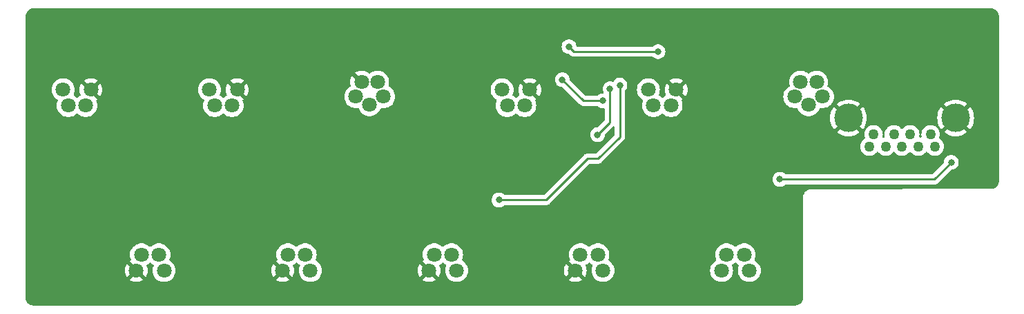
<source format=gbr>
%TF.GenerationSoftware,KiCad,Pcbnew,7.0.6*%
%TF.CreationDate,2024-03-25T03:04:45-04:00*%
%TF.ProjectId,peripheral_io_main,70657269-7068-4657-9261-6c5f696f5f6d,rev?*%
%TF.SameCoordinates,Original*%
%TF.FileFunction,Copper,L2,Bot*%
%TF.FilePolarity,Positive*%
%FSLAX46Y46*%
G04 Gerber Fmt 4.6, Leading zero omitted, Abs format (unit mm)*
G04 Created by KiCad (PCBNEW 7.0.6) date 2024-03-25 03:04:45*
%MOMM*%
%LPD*%
G01*
G04 APERTURE LIST*
%TA.AperFunction,ComponentPad*%
%ADD10C,1.800000*%
%TD*%
%TA.AperFunction,ComponentPad*%
%ADD11C,1.260000*%
%TD*%
%TA.AperFunction,ComponentPad*%
%ADD12C,3.500000*%
%TD*%
%TA.AperFunction,ViaPad*%
%ADD13C,0.800000*%
%TD*%
%TA.AperFunction,Conductor*%
%ADD14C,0.250000*%
%TD*%
G04 APERTURE END LIST*
D10*
%TO.P,J1,1,Pin_1*%
%TO.N,sg5v*%
X120197613Y-89671880D03*
%TO.P,J1,2,Pin_2*%
%TO.N,Net-(J1-Pin_2)*%
X120822707Y-91621879D03*
%TO.P,J1,3,Pin_3*%
%TO.N,GND*%
X123597657Y-89671880D03*
%TO.P,J1,4,Pin_4*%
%TO.N,Net-(J1-Pin_4)*%
X122972634Y-91621879D03*
%TD*%
%TO.P,J6,1,Pin_1*%
%TO.N,oth5v*%
X191961213Y-89671880D03*
%TO.P,J6,2,Pin_2*%
%TO.N,Net-(J14-Pin_6)*%
X192586307Y-91621879D03*
%TO.P,J6,3,Pin_3*%
%TO.N,GND*%
X195361257Y-89671880D03*
%TO.P,J6,4,Pin_4*%
%TO.N,Net-(J14-Pin_5)*%
X194736234Y-91621879D03*
%TD*%
%TO.P,J9,1,Pin_1*%
%TO.N,oth5v*%
X174020313Y-89671880D03*
%TO.P,J9,2,Pin_2*%
%TO.N,Net-(J14-Pin_4)*%
X174645407Y-91621879D03*
%TO.P,J9,3,Pin_3*%
%TO.N,GND*%
X177420357Y-89671880D03*
%TO.P,J9,4,Pin_4*%
%TO.N,Net-(J14-Pin_3)*%
X176795334Y-91621879D03*
%TD*%
%TO.P,J8,1,Pin_1*%
%TO.N,Net-(J19-Pin_9)*%
X204331757Y-111899378D03*
%TO.P,J8,2,Pin_2*%
%TO.N,Net-(J19-Pin_8)*%
X203706663Y-109949379D03*
%TO.P,J8,3,Pin_3*%
%TO.N,Net-(J19-Pin_1)*%
X200931713Y-111899378D03*
%TO.P,J8,4,Pin_4*%
%TO.N,Net-(J19-Pin_7)*%
X201556736Y-109949379D03*
%TD*%
%TO.P,J3,1,Pin_1*%
%TO.N,sg5v*%
X150509057Y-111899378D03*
%TO.P,J3,2,Pin_2*%
%TO.N,Net-(J12-Pin_6)*%
X149883963Y-109949379D03*
%TO.P,J3,3,Pin_3*%
%TO.N,GND*%
X147109013Y-111899378D03*
%TO.P,J3,4,Pin_4*%
%TO.N,Net-(J12-Pin_5)*%
X147734036Y-109949379D03*
%TD*%
%TO.P,J11,1,Pin_1*%
%TO.N,Net-(J11-Pin_1)*%
X213304235Y-90527679D03*
%TO.P,J11,2,Pin_2*%
%TO.N,Net-(J11-Pin_2)*%
X212580235Y-88724679D03*
%TO.P,J11,3,Pin_3*%
%TO.N,Net-(J11-Pin_3)*%
X209900235Y-90527679D03*
%TO.P,J11,4,Pin_4*%
%TO.N,Net-(J11-Pin_4)*%
X210624235Y-88724679D03*
%TO.P,J11,5,Pin_5*%
%TO.N,Net-(J11-Pin_5)*%
X211602235Y-91518679D03*
%TD*%
%TO.P,J2,1,Pin_1*%
%TO.N,sg5v*%
X132568157Y-111899378D03*
%TO.P,J2,2,Pin_2*%
%TO.N,Net-(J12-Pin_8)*%
X131943063Y-109949379D03*
%TO.P,J2,3,Pin_3*%
%TO.N,GND*%
X129168113Y-111899378D03*
%TO.P,J2,4,Pin_4*%
%TO.N,Net-(J12-Pin_7)*%
X129793136Y-109949379D03*
%TD*%
%TO.P,J10,1,Pin_1*%
%TO.N,Net-(J10-Pin_1)*%
X159481435Y-90527679D03*
%TO.P,J10,2,Pin_2*%
%TO.N,Net-(J10-Pin_2)*%
X158757435Y-88724679D03*
%TO.P,J10,3,Pin_3*%
%TO.N,Net-(J10-Pin_3)*%
X156077435Y-90527679D03*
%TO.P,J10,4,Pin_4*%
%TO.N,GND*%
X156801435Y-88724679D03*
%TO.P,J10,5,Pin_5*%
%TO.N,Net-(J10-Pin_5)*%
X157779435Y-91518679D03*
%TD*%
%TO.P,J4,1,Pin_1*%
%TO.N,sg5v*%
X186390857Y-111899378D03*
%TO.P,J4,2,Pin_2*%
%TO.N,Net-(J12-Pin_4)*%
X185765763Y-109949379D03*
%TO.P,J4,3,Pin_3*%
%TO.N,GND*%
X182990813Y-111899378D03*
%TO.P,J4,4,Pin_4*%
%TO.N,Net-(J12-Pin_3)*%
X183615836Y-109949379D03*
%TD*%
D11*
%TO.P,J19,1,Pin_1*%
%TO.N,Net-(J19-Pin_1)*%
X226560000Y-95150000D03*
%TO.P,J19,2,Pin_2*%
%TO.N,Net-(J11-Pin_3)*%
X224060000Y-95150000D03*
%TO.P,J19,3,Pin_3*%
%TO.N,Net-(J11-Pin_4)*%
X222060000Y-95150000D03*
%TO.P,J19,4,Pin_4*%
%TO.N,Net-(J11-Pin_2)*%
X219560000Y-95150000D03*
%TO.P,J19,5,Pin_5*%
%TO.N,Net-(J11-Pin_1)*%
X219060000Y-96650000D03*
%TO.P,J19,6,Pin_6*%
%TO.N,Net-(J11-Pin_5)*%
X221060000Y-96650000D03*
%TO.P,J19,7,Pin_7*%
%TO.N,Net-(J19-Pin_7)*%
X223060000Y-96650000D03*
%TO.P,J19,8,Pin_8*%
%TO.N,Net-(J19-Pin_8)*%
X225060000Y-96650000D03*
%TO.P,J19,9,Pin_9*%
%TO.N,Net-(J19-Pin_9)*%
X227060000Y-96650000D03*
D12*
%TO.P,J19,10,Pin_10*%
%TO.N,GND*%
X216490000Y-93150000D03*
%TO.P,J19,11,Pin_11*%
X229630000Y-93150000D03*
%TD*%
D10*
%TO.P,J5,1,Pin_1*%
%TO.N,sg5v*%
X138138513Y-89671880D03*
%TO.P,J5,2,Pin_2*%
%TO.N,Net-(J12-Pin_2)*%
X138763607Y-91621879D03*
%TO.P,J5,3,Pin_3*%
%TO.N,GND*%
X141538557Y-89671880D03*
%TO.P,J5,4,Pin_4*%
%TO.N,Net-(J12-Pin_1)*%
X140913534Y-91621879D03*
%TD*%
%TO.P,J7,1,Pin_1*%
%TO.N,oth5v*%
X168449957Y-111899378D03*
%TO.P,J7,2,Pin_2*%
%TO.N,Net-(J14-Pin_2)*%
X167824863Y-109949379D03*
%TO.P,J7,3,Pin_3*%
%TO.N,GND*%
X165049913Y-111899378D03*
%TO.P,J7,4,Pin_4*%
%TO.N,Net-(J14-Pin_1)*%
X165674936Y-109949379D03*
%TD*%
D13*
%TO.N,GND*%
X168198800Y-85191600D03*
X205790800Y-95605600D03*
X198221600Y-101549200D03*
X125984000Y-84582000D03*
X181000400Y-84937600D03*
X147167600Y-89712800D03*
X147167600Y-82600800D03*
X194056000Y-113842800D03*
X166776400Y-93573600D03*
X156768800Y-107035600D03*
X128727200Y-99314000D03*
X138785600Y-110998000D03*
X202031600Y-89306400D03*
X150774400Y-98044000D03*
X118059200Y-105968800D03*
X190703200Y-102920800D03*
X157683200Y-99669600D03*
%TO.N,Net-(J14-Pin_6)*%
X182219600Y-84378800D03*
X193141600Y-84988400D03*
%TO.N,Net-(J14-Pin_5)*%
X186385200Y-91033600D03*
X181406800Y-88442800D03*
%TO.N,Net-(J14-Pin_2)*%
X187248800Y-89560400D03*
X185724800Y-95199200D03*
%TO.N,Net-(J14-Pin_1)*%
X173634400Y-103225600D03*
X188468000Y-89103200D03*
%TO.N,Net-(J19-Pin_1)*%
X208076800Y-100685600D03*
X229108000Y-98602800D03*
%TD*%
D14*
%TO.N,Net-(J14-Pin_6)*%
X193141600Y-84988400D02*
X182829200Y-84988400D01*
X182829200Y-84988400D02*
X182219600Y-84378800D01*
%TO.N,Net-(J14-Pin_5)*%
X183997600Y-91033600D02*
X181406800Y-88442800D01*
X186385200Y-91033600D02*
X183997600Y-91033600D01*
%TO.N,Net-(J14-Pin_2)*%
X187248800Y-93675200D02*
X187248800Y-89560400D01*
X185724800Y-95199200D02*
X187248800Y-93675200D01*
%TO.N,Net-(J14-Pin_1)*%
X185775600Y-98145600D02*
X188468000Y-95453200D01*
X179425600Y-103225600D02*
X173634400Y-103225600D01*
X188468000Y-95453200D02*
X188468000Y-89103200D01*
X184505600Y-98145600D02*
X179425600Y-103225600D01*
X185775600Y-98145600D02*
X184505600Y-98145600D01*
%TO.N,Net-(J19-Pin_1)*%
X227025200Y-100685600D02*
X229108000Y-98602800D01*
X208076800Y-100685600D02*
X227025200Y-100685600D01*
%TD*%
%TA.AperFunction,Conductor*%
%TO.N,GND*%
G36*
X233958934Y-79655135D02*
G01*
X234001713Y-79658881D01*
X234128088Y-79671339D01*
X234148007Y-79674966D01*
X234214656Y-79692835D01*
X234307945Y-79721150D01*
X234324334Y-79727423D01*
X234391771Y-79758887D01*
X234394762Y-79760383D01*
X234478756Y-79805303D01*
X234485082Y-79809192D01*
X234551250Y-79855551D01*
X234555015Y-79858409D01*
X234627243Y-79917720D01*
X234631748Y-79921806D01*
X234654165Y-79944237D01*
X234689237Y-79979332D01*
X234693325Y-79983846D01*
X234752585Y-80056109D01*
X234755447Y-80059884D01*
X234801756Y-80126077D01*
X234805650Y-80132421D01*
X234850501Y-80216420D01*
X234852012Y-80219446D01*
X234883413Y-80286867D01*
X234889686Y-80303285D01*
X234917934Y-80396577D01*
X234935768Y-80463274D01*
X234939383Y-80483191D01*
X234951460Y-80606230D01*
X234955514Y-80652887D01*
X234955747Y-80658295D01*
X234943250Y-100874364D01*
X234943011Y-100879767D01*
X234939243Y-100922559D01*
X234926758Y-101048607D01*
X234923126Y-101068520D01*
X234905259Y-101135109D01*
X234876994Y-101228184D01*
X234870719Y-101244572D01*
X234839309Y-101311910D01*
X234837798Y-101314931D01*
X234792997Y-101398738D01*
X234789106Y-101405071D01*
X234742832Y-101471170D01*
X234739975Y-101474937D01*
X234680814Y-101547052D01*
X234676731Y-101551559D01*
X234619307Y-101609018D01*
X234614803Y-101613103D01*
X234542730Y-101672303D01*
X234538965Y-101675162D01*
X234472884Y-101721485D01*
X234466553Y-101725379D01*
X234382785Y-101770226D01*
X234379765Y-101771738D01*
X234312434Y-101803196D01*
X234296050Y-101809481D01*
X234203011Y-101837797D01*
X234136418Y-101855709D01*
X234116506Y-101859354D01*
X233990632Y-101871899D01*
X233947650Y-101875710D01*
X233942248Y-101875953D01*
X211993795Y-101902979D01*
X211976615Y-101897957D01*
X211929166Y-101902691D01*
X211923086Y-101902997D01*
X211832900Y-101903111D01*
X211772004Y-101913922D01*
X211759754Y-101912570D01*
X211735538Y-101919944D01*
X211728310Y-101921680D01*
X211660667Y-101933689D01*
X211660666Y-101933689D01*
X211584371Y-101961547D01*
X211571064Y-101962406D01*
X211555369Y-101970814D01*
X211539348Y-101977987D01*
X211496351Y-101993686D01*
X211496343Y-101993690D01*
X211412793Y-102042025D01*
X211398279Y-102045559D01*
X211386150Y-102055529D01*
X211369510Y-102067066D01*
X211344934Y-102081283D01*
X211340503Y-102084392D01*
X211340263Y-102084050D01*
X211326169Y-102093591D01*
X211322527Y-102095541D01*
X211305858Y-102114119D01*
X211260323Y-102152383D01*
X211245186Y-102159020D01*
X211236464Y-102169661D01*
X211220345Y-102185977D01*
X211211014Y-102193818D01*
X211210999Y-102193833D01*
X211203162Y-102203184D01*
X211186867Y-102219323D01*
X211181697Y-102223572D01*
X211169623Y-102243202D01*
X211131416Y-102288788D01*
X211116452Y-102298755D01*
X211110915Y-102309125D01*
X211101394Y-102323228D01*
X211101737Y-102323468D01*
X211098635Y-102327901D01*
X211084444Y-102352505D01*
X211072931Y-102369157D01*
X211067066Y-102376311D01*
X211059466Y-102395811D01*
X211011236Y-102479429D01*
X210995587Y-102522461D01*
X210988437Y-102538486D01*
X210982785Y-102549069D01*
X210979206Y-102567506D01*
X210951452Y-102643824D01*
X210951452Y-102643826D01*
X210939533Y-102711471D01*
X210937806Y-102718703D01*
X210932036Y-102737736D01*
X210931828Y-102755195D01*
X210921096Y-102816102D01*
X210921099Y-102905560D01*
X210920799Y-102911660D01*
X210917141Y-102948682D01*
X210921100Y-102972044D01*
X210921100Y-115202289D01*
X210920864Y-115207697D01*
X210917123Y-115250445D01*
X210904682Y-115376760D01*
X210901054Y-115396699D01*
X210883201Y-115463330D01*
X210854918Y-115556563D01*
X210848640Y-115572971D01*
X210817214Y-115640367D01*
X210815701Y-115643393D01*
X210770836Y-115727327D01*
X210766941Y-115733667D01*
X210720615Y-115799828D01*
X210717754Y-115803600D01*
X210658495Y-115875808D01*
X210654406Y-115880320D01*
X210596920Y-115937806D01*
X210592408Y-115941895D01*
X210520200Y-116001154D01*
X210516428Y-116004015D01*
X210450267Y-116050341D01*
X210443927Y-116054236D01*
X210359993Y-116099101D01*
X210356967Y-116100614D01*
X210289571Y-116132040D01*
X210273163Y-116138318D01*
X210179930Y-116166601D01*
X210113299Y-116184454D01*
X210093360Y-116188082D01*
X209967045Y-116200523D01*
X209926389Y-116204080D01*
X209924296Y-116204264D01*
X209918890Y-116204500D01*
X116572710Y-116204500D01*
X116567303Y-116204264D01*
X116565015Y-116204063D01*
X116524554Y-116200523D01*
X116398238Y-116188082D01*
X116378299Y-116184454D01*
X116311669Y-116166601D01*
X116218435Y-116138319D01*
X116202027Y-116132040D01*
X116153433Y-116109381D01*
X116134618Y-116100607D01*
X116131605Y-116099101D01*
X116047671Y-116054236D01*
X116041331Y-116050341D01*
X115975170Y-116004015D01*
X115971398Y-116001154D01*
X115899190Y-115941895D01*
X115894688Y-115937815D01*
X115837182Y-115880309D01*
X115833103Y-115875808D01*
X115773844Y-115803600D01*
X115770983Y-115799828D01*
X115724657Y-115733667D01*
X115720762Y-115727327D01*
X115695982Y-115680969D01*
X115675888Y-115643375D01*
X115674406Y-115640411D01*
X115642958Y-115572971D01*
X115636682Y-115556570D01*
X115608398Y-115463330D01*
X115590541Y-115396685D01*
X115586918Y-115376771D01*
X115574482Y-115250519D01*
X115570735Y-115207695D01*
X115570500Y-115202293D01*
X115570500Y-111899383D01*
X127763314Y-111899383D01*
X127782474Y-112130596D01*
X127839430Y-112355513D01*
X127932629Y-112567987D01*
X128016924Y-112697011D01*
X128605339Y-112108596D01*
X128644014Y-112201966D01*
X128740188Y-112327303D01*
X128865525Y-112423477D01*
X128958891Y-112462150D01*
X128369312Y-113051729D01*
X128399763Y-113075428D01*
X128603810Y-113185854D01*
X128603819Y-113185857D01*
X128823252Y-113261189D01*
X129052106Y-113299378D01*
X129284120Y-113299378D01*
X129512973Y-113261189D01*
X129732406Y-113185857D01*
X129732415Y-113185854D01*
X129936463Y-113075428D01*
X129966911Y-113051729D01*
X129377334Y-112462150D01*
X129470701Y-112423477D01*
X129596038Y-112327303D01*
X129692212Y-112201967D01*
X129730886Y-112108598D01*
X130319299Y-112697012D01*
X130403597Y-112567984D01*
X130496795Y-112355513D01*
X130553751Y-112130596D01*
X130572910Y-111899383D01*
X130572910Y-111899372D01*
X130553751Y-111668159D01*
X130496795Y-111443242D01*
X130442599Y-111319686D01*
X130433696Y-111250386D01*
X130463673Y-111187274D01*
X130497139Y-111160821D01*
X130497524Y-111160613D01*
X130561762Y-111125849D01*
X130744920Y-110983292D01*
X130744924Y-110983287D01*
X130744927Y-110983285D01*
X130758623Y-110968406D01*
X130776868Y-110948586D01*
X130836752Y-110912595D01*
X130906591Y-110914693D01*
X130959327Y-110948582D01*
X130991279Y-110983292D01*
X130991282Y-110983294D01*
X130991285Y-110983297D01*
X131174428Y-111125843D01*
X131174438Y-111125850D01*
X131174444Y-111125853D01*
X131238676Y-111160613D01*
X131288267Y-111209832D01*
X131303375Y-111278048D01*
X131293215Y-111319478D01*
X131239000Y-111443077D01*
X131182023Y-111668069D01*
X131182021Y-111668080D01*
X131162856Y-111899371D01*
X131162856Y-111899384D01*
X131182021Y-112130675D01*
X131182023Y-112130686D01*
X131238999Y-112355678D01*
X131332232Y-112568226D01*
X131459173Y-112762525D01*
X131459176Y-112762529D01*
X131459178Y-112762531D01*
X131616373Y-112933291D01*
X131616376Y-112933293D01*
X131616379Y-112933296D01*
X131799522Y-113075842D01*
X131799528Y-113075846D01*
X131799531Y-113075848D01*
X131967017Y-113166487D01*
X132002809Y-113185857D01*
X132003654Y-113186314D01*
X132117644Y-113225446D01*
X132223172Y-113261675D01*
X132223174Y-113261675D01*
X132223176Y-113261676D01*
X132452108Y-113299878D01*
X132452109Y-113299878D01*
X132684205Y-113299878D01*
X132684206Y-113299878D01*
X132913138Y-113261676D01*
X133132660Y-113186314D01*
X133336783Y-113075848D01*
X133519941Y-112933291D01*
X133677136Y-112762531D01*
X133804081Y-112568227D01*
X133897314Y-112355678D01*
X133954291Y-112130683D01*
X133954299Y-112130596D01*
X133961983Y-112037845D01*
X133973457Y-111899383D01*
X145704215Y-111899383D01*
X145723374Y-112130596D01*
X145780330Y-112355513D01*
X145873529Y-112567987D01*
X145957824Y-112697011D01*
X146546239Y-112108596D01*
X146584914Y-112201966D01*
X146681088Y-112327303D01*
X146806425Y-112423477D01*
X146899792Y-112462150D01*
X146310212Y-113051729D01*
X146340663Y-113075428D01*
X146544710Y-113185854D01*
X146544719Y-113185857D01*
X146764152Y-113261189D01*
X146993006Y-113299378D01*
X147225020Y-113299378D01*
X147453873Y-113261189D01*
X147673306Y-113185857D01*
X147673315Y-113185854D01*
X147877363Y-113075428D01*
X147907811Y-113051729D01*
X147318233Y-112462151D01*
X147411601Y-112423477D01*
X147536938Y-112327303D01*
X147633112Y-112201967D01*
X147671786Y-112108598D01*
X148260199Y-112697012D01*
X148344497Y-112567984D01*
X148437695Y-112355513D01*
X148494651Y-112130596D01*
X148513811Y-111899383D01*
X148513811Y-111899372D01*
X148494651Y-111668159D01*
X148437695Y-111443242D01*
X148383499Y-111319686D01*
X148374596Y-111250386D01*
X148404573Y-111187274D01*
X148438039Y-111160821D01*
X148438424Y-111160613D01*
X148502662Y-111125849D01*
X148685820Y-110983292D01*
X148685824Y-110983287D01*
X148685827Y-110983285D01*
X148699523Y-110968406D01*
X148717768Y-110948586D01*
X148777652Y-110912595D01*
X148847491Y-110914693D01*
X148900227Y-110948582D01*
X148932179Y-110983292D01*
X148932182Y-110983294D01*
X148932185Y-110983297D01*
X149115328Y-111125843D01*
X149115338Y-111125850D01*
X149115344Y-111125853D01*
X149179576Y-111160613D01*
X149229167Y-111209832D01*
X149244275Y-111278048D01*
X149234115Y-111319478D01*
X149179900Y-111443077D01*
X149122923Y-111668069D01*
X149122921Y-111668080D01*
X149103757Y-111899371D01*
X149103757Y-111899384D01*
X149122921Y-112130675D01*
X149122923Y-112130686D01*
X149179899Y-112355678D01*
X149273132Y-112568226D01*
X149400073Y-112762525D01*
X149400076Y-112762529D01*
X149400078Y-112762531D01*
X149557273Y-112933291D01*
X149557276Y-112933293D01*
X149557279Y-112933296D01*
X149740422Y-113075842D01*
X149740428Y-113075846D01*
X149740431Y-113075848D01*
X149907917Y-113166487D01*
X149943709Y-113185857D01*
X149944554Y-113186314D01*
X150058544Y-113225446D01*
X150164072Y-113261675D01*
X150164074Y-113261675D01*
X150164076Y-113261676D01*
X150393008Y-113299878D01*
X150393009Y-113299878D01*
X150625105Y-113299878D01*
X150625106Y-113299878D01*
X150854038Y-113261676D01*
X151073560Y-113186314D01*
X151277683Y-113075848D01*
X151460841Y-112933291D01*
X151618036Y-112762531D01*
X151744981Y-112568227D01*
X151838214Y-112355678D01*
X151895191Y-112130683D01*
X151895192Y-112130675D01*
X151914357Y-111899384D01*
X151914357Y-111899383D01*
X163645115Y-111899383D01*
X163664274Y-112130596D01*
X163721230Y-112355513D01*
X163814429Y-112567987D01*
X163898724Y-112697011D01*
X164487139Y-112108596D01*
X164525814Y-112201966D01*
X164621988Y-112327303D01*
X164747325Y-112423477D01*
X164840691Y-112462150D01*
X164251112Y-113051729D01*
X164281563Y-113075428D01*
X164485610Y-113185854D01*
X164485619Y-113185857D01*
X164705052Y-113261189D01*
X164933906Y-113299378D01*
X165165920Y-113299378D01*
X165394773Y-113261189D01*
X165614206Y-113185857D01*
X165614215Y-113185854D01*
X165818263Y-113075428D01*
X165848711Y-113051729D01*
X165259134Y-112462150D01*
X165352501Y-112423477D01*
X165477838Y-112327303D01*
X165574012Y-112201967D01*
X165612686Y-112108598D01*
X166201099Y-112697012D01*
X166285397Y-112567984D01*
X166378595Y-112355513D01*
X166435551Y-112130596D01*
X166454711Y-111899383D01*
X166454711Y-111899372D01*
X166435551Y-111668159D01*
X166378595Y-111443242D01*
X166324399Y-111319686D01*
X166315496Y-111250386D01*
X166345473Y-111187274D01*
X166378939Y-111160821D01*
X166379324Y-111160613D01*
X166443562Y-111125849D01*
X166626720Y-110983292D01*
X166626724Y-110983287D01*
X166626727Y-110983285D01*
X166640423Y-110968406D01*
X166658668Y-110948586D01*
X166718552Y-110912595D01*
X166788391Y-110914693D01*
X166841127Y-110948582D01*
X166873079Y-110983292D01*
X166873082Y-110983294D01*
X166873085Y-110983297D01*
X167056228Y-111125843D01*
X167056238Y-111125850D01*
X167056244Y-111125853D01*
X167120476Y-111160613D01*
X167170067Y-111209832D01*
X167185175Y-111278048D01*
X167175015Y-111319478D01*
X167120800Y-111443077D01*
X167063823Y-111668069D01*
X167063821Y-111668080D01*
X167044657Y-111899371D01*
X167044657Y-111899384D01*
X167063821Y-112130675D01*
X167063823Y-112130686D01*
X167120799Y-112355678D01*
X167214032Y-112568226D01*
X167340973Y-112762525D01*
X167340976Y-112762529D01*
X167340978Y-112762531D01*
X167498173Y-112933291D01*
X167498176Y-112933293D01*
X167498179Y-112933296D01*
X167681322Y-113075842D01*
X167681328Y-113075846D01*
X167681331Y-113075848D01*
X167848817Y-113166487D01*
X167884609Y-113185857D01*
X167885454Y-113186314D01*
X167999444Y-113225446D01*
X168104972Y-113261675D01*
X168104974Y-113261675D01*
X168104976Y-113261676D01*
X168333908Y-113299878D01*
X168333909Y-113299878D01*
X168566005Y-113299878D01*
X168566006Y-113299878D01*
X168794938Y-113261676D01*
X169014460Y-113186314D01*
X169218583Y-113075848D01*
X169401741Y-112933291D01*
X169558936Y-112762531D01*
X169685881Y-112568227D01*
X169779114Y-112355678D01*
X169836091Y-112130683D01*
X169836092Y-112130675D01*
X169855257Y-111899384D01*
X169855257Y-111899383D01*
X181586015Y-111899383D01*
X181605174Y-112130596D01*
X181662130Y-112355513D01*
X181755329Y-112567987D01*
X181839624Y-112697011D01*
X182428039Y-112108596D01*
X182466714Y-112201966D01*
X182562888Y-112327303D01*
X182688225Y-112423477D01*
X182781591Y-112462150D01*
X182192012Y-113051729D01*
X182222463Y-113075428D01*
X182426510Y-113185854D01*
X182426519Y-113185857D01*
X182645952Y-113261189D01*
X182874806Y-113299378D01*
X183106820Y-113299378D01*
X183335673Y-113261189D01*
X183555106Y-113185857D01*
X183555115Y-113185854D01*
X183759163Y-113075428D01*
X183789611Y-113051729D01*
X183200034Y-112462150D01*
X183293401Y-112423477D01*
X183418738Y-112327303D01*
X183514912Y-112201967D01*
X183553586Y-112108598D01*
X184141999Y-112697012D01*
X184226297Y-112567984D01*
X184319495Y-112355513D01*
X184376451Y-112130596D01*
X184395611Y-111899383D01*
X184395611Y-111899372D01*
X184376451Y-111668159D01*
X184319495Y-111443242D01*
X184265299Y-111319686D01*
X184256396Y-111250386D01*
X184286373Y-111187274D01*
X184319839Y-111160821D01*
X184320224Y-111160613D01*
X184384462Y-111125849D01*
X184567620Y-110983292D01*
X184567624Y-110983287D01*
X184567627Y-110983285D01*
X184581323Y-110968406D01*
X184599568Y-110948586D01*
X184659452Y-110912595D01*
X184729291Y-110914693D01*
X184782027Y-110948582D01*
X184813979Y-110983292D01*
X184813982Y-110983294D01*
X184813985Y-110983297D01*
X184997128Y-111125843D01*
X184997138Y-111125850D01*
X184997144Y-111125853D01*
X185061376Y-111160613D01*
X185110967Y-111209832D01*
X185126075Y-111278048D01*
X185115915Y-111319478D01*
X185061700Y-111443077D01*
X185004723Y-111668069D01*
X185004721Y-111668080D01*
X184985557Y-111899371D01*
X184985557Y-111899384D01*
X185004721Y-112130675D01*
X185004723Y-112130686D01*
X185061699Y-112355678D01*
X185154932Y-112568226D01*
X185281873Y-112762525D01*
X185281876Y-112762529D01*
X185281878Y-112762531D01*
X185439073Y-112933291D01*
X185439076Y-112933293D01*
X185439079Y-112933296D01*
X185622222Y-113075842D01*
X185622228Y-113075846D01*
X185622231Y-113075848D01*
X185789717Y-113166487D01*
X185825509Y-113185857D01*
X185826354Y-113186314D01*
X185940344Y-113225446D01*
X186045872Y-113261675D01*
X186045874Y-113261675D01*
X186045876Y-113261676D01*
X186274808Y-113299878D01*
X186274809Y-113299878D01*
X186506905Y-113299878D01*
X186506906Y-113299878D01*
X186735838Y-113261676D01*
X186955360Y-113186314D01*
X187159483Y-113075848D01*
X187342641Y-112933291D01*
X187499836Y-112762531D01*
X187626781Y-112568227D01*
X187720014Y-112355678D01*
X187776991Y-112130683D01*
X187776992Y-112130675D01*
X187796157Y-111899384D01*
X199526413Y-111899384D01*
X199545577Y-112130675D01*
X199545579Y-112130686D01*
X199602555Y-112355678D01*
X199695788Y-112568226D01*
X199822729Y-112762525D01*
X199822732Y-112762529D01*
X199822734Y-112762531D01*
X199979929Y-112933291D01*
X199979932Y-112933293D01*
X199979935Y-112933296D01*
X200163078Y-113075842D01*
X200163084Y-113075846D01*
X200163087Y-113075848D01*
X200330573Y-113166487D01*
X200366365Y-113185857D01*
X200367210Y-113186314D01*
X200481200Y-113225446D01*
X200586728Y-113261675D01*
X200586730Y-113261675D01*
X200586732Y-113261676D01*
X200815664Y-113299878D01*
X200815665Y-113299878D01*
X201047761Y-113299878D01*
X201047762Y-113299878D01*
X201276694Y-113261676D01*
X201496216Y-113186314D01*
X201700339Y-113075848D01*
X201883497Y-112933291D01*
X202040692Y-112762531D01*
X202167637Y-112568227D01*
X202260870Y-112355678D01*
X202317847Y-112130683D01*
X202317848Y-112130675D01*
X202337013Y-111899384D01*
X202337013Y-111899371D01*
X202317848Y-111668080D01*
X202317846Y-111668069D01*
X202316425Y-111662460D01*
X202260870Y-111443078D01*
X202206639Y-111319445D01*
X202197737Y-111250148D01*
X202227714Y-111187035D01*
X202261173Y-111160585D01*
X202325362Y-111125849D01*
X202508520Y-110983292D01*
X202508524Y-110983287D01*
X202508527Y-110983285D01*
X202522223Y-110968406D01*
X202540468Y-110948586D01*
X202600352Y-110912595D01*
X202670191Y-110914693D01*
X202722927Y-110948582D01*
X202754879Y-110983292D01*
X202754882Y-110983294D01*
X202754885Y-110983297D01*
X202938028Y-111125843D01*
X202938038Y-111125850D01*
X202938044Y-111125853D01*
X203002276Y-111160613D01*
X203051867Y-111209832D01*
X203066975Y-111278048D01*
X203056815Y-111319478D01*
X203002600Y-111443077D01*
X202945623Y-111668069D01*
X202945621Y-111668080D01*
X202926457Y-111899371D01*
X202926457Y-111899384D01*
X202945621Y-112130675D01*
X202945623Y-112130686D01*
X203002599Y-112355678D01*
X203095832Y-112568226D01*
X203222773Y-112762525D01*
X203222776Y-112762529D01*
X203222778Y-112762531D01*
X203379973Y-112933291D01*
X203379976Y-112933293D01*
X203379979Y-112933296D01*
X203563122Y-113075842D01*
X203563128Y-113075846D01*
X203563131Y-113075848D01*
X203730617Y-113166487D01*
X203766409Y-113185857D01*
X203767254Y-113186314D01*
X203881244Y-113225446D01*
X203986772Y-113261675D01*
X203986774Y-113261675D01*
X203986776Y-113261676D01*
X204215708Y-113299878D01*
X204215709Y-113299878D01*
X204447805Y-113299878D01*
X204447806Y-113299878D01*
X204676738Y-113261676D01*
X204896260Y-113186314D01*
X205100383Y-113075848D01*
X205283541Y-112933291D01*
X205440736Y-112762531D01*
X205567681Y-112568227D01*
X205660914Y-112355678D01*
X205717891Y-112130683D01*
X205717892Y-112130675D01*
X205737057Y-111899384D01*
X205737057Y-111899371D01*
X205717892Y-111668080D01*
X205717890Y-111668069D01*
X205660914Y-111443077D01*
X205567681Y-111230529D01*
X205440740Y-111036230D01*
X205440737Y-111036227D01*
X205440736Y-111036225D01*
X205283541Y-110865465D01*
X205283536Y-110865461D01*
X205283534Y-110865459D01*
X205100391Y-110722913D01*
X205100376Y-110722903D01*
X205036142Y-110688141D01*
X204986551Y-110638921D01*
X204971444Y-110570705D01*
X204981602Y-110529281D01*
X205035820Y-110405679D01*
X205092797Y-110180684D01*
X205111963Y-109949379D01*
X205111963Y-109949372D01*
X205092798Y-109718081D01*
X205092796Y-109718070D01*
X205035820Y-109493078D01*
X204942587Y-109280530D01*
X204815646Y-109086231D01*
X204815643Y-109086228D01*
X204815642Y-109086226D01*
X204658447Y-108915466D01*
X204658442Y-108915462D01*
X204658440Y-108915460D01*
X204475297Y-108772914D01*
X204475291Y-108772910D01*
X204271167Y-108662443D01*
X204271158Y-108662440D01*
X204051647Y-108587081D01*
X203879944Y-108558429D01*
X203822712Y-108548879D01*
X203590614Y-108548879D01*
X203544827Y-108556519D01*
X203361678Y-108587081D01*
X203142167Y-108662440D01*
X203142158Y-108662443D01*
X202938034Y-108772910D01*
X202808777Y-108873515D01*
X202754879Y-108915466D01*
X202754876Y-108915468D01*
X202754875Y-108915470D01*
X202722928Y-108950174D01*
X202663041Y-108986164D01*
X202593203Y-108984063D01*
X202540469Y-108950172D01*
X202508522Y-108915468D01*
X202508513Y-108915460D01*
X202325370Y-108772914D01*
X202325364Y-108772910D01*
X202121240Y-108662443D01*
X202121231Y-108662440D01*
X201901720Y-108587081D01*
X201730017Y-108558429D01*
X201672785Y-108548879D01*
X201440687Y-108548879D01*
X201394900Y-108556519D01*
X201211751Y-108587081D01*
X200992240Y-108662440D01*
X200992231Y-108662443D01*
X200788107Y-108772910D01*
X200788101Y-108772914D01*
X200604958Y-108915460D01*
X200604955Y-108915463D01*
X200604952Y-108915465D01*
X200604952Y-108915466D01*
X200573003Y-108950172D01*
X200447752Y-109086231D01*
X200320811Y-109280530D01*
X200227578Y-109493078D01*
X200170602Y-109718070D01*
X200170600Y-109718081D01*
X200151436Y-109949372D01*
X200151436Y-109949385D01*
X200170600Y-110180676D01*
X200170602Y-110180687D01*
X200227578Y-110405679D01*
X200281808Y-110529309D01*
X200290711Y-110598609D01*
X200260734Y-110661721D01*
X200227270Y-110688173D01*
X200163094Y-110722903D01*
X200163089Y-110722906D01*
X200163087Y-110722908D01*
X200047938Y-110812532D01*
X199979930Y-110865464D01*
X199822729Y-111036230D01*
X199695788Y-111230529D01*
X199602555Y-111443077D01*
X199545579Y-111668069D01*
X199545577Y-111668080D01*
X199526413Y-111899371D01*
X199526413Y-111899384D01*
X187796157Y-111899384D01*
X187796157Y-111899371D01*
X187776992Y-111668080D01*
X187776990Y-111668069D01*
X187720014Y-111443077D01*
X187626781Y-111230529D01*
X187499840Y-111036230D01*
X187499837Y-111036227D01*
X187499836Y-111036225D01*
X187342641Y-110865465D01*
X187342636Y-110865461D01*
X187342634Y-110865459D01*
X187159491Y-110722913D01*
X187159476Y-110722903D01*
X187095242Y-110688141D01*
X187045651Y-110638921D01*
X187030544Y-110570705D01*
X187040702Y-110529281D01*
X187094920Y-110405679D01*
X187151897Y-110180684D01*
X187171063Y-109949379D01*
X187171063Y-109949372D01*
X187151898Y-109718081D01*
X187151896Y-109718070D01*
X187094920Y-109493078D01*
X187001687Y-109280530D01*
X186874746Y-109086231D01*
X186874743Y-109086228D01*
X186874742Y-109086226D01*
X186717547Y-108915466D01*
X186717542Y-108915462D01*
X186717540Y-108915460D01*
X186534397Y-108772914D01*
X186534391Y-108772910D01*
X186330267Y-108662443D01*
X186330258Y-108662440D01*
X186110747Y-108587081D01*
X185939045Y-108558429D01*
X185881812Y-108548879D01*
X185649714Y-108548879D01*
X185603927Y-108556519D01*
X185420778Y-108587081D01*
X185201267Y-108662440D01*
X185201258Y-108662443D01*
X184997134Y-108772910D01*
X184867877Y-108873515D01*
X184813979Y-108915466D01*
X184813976Y-108915468D01*
X184813975Y-108915470D01*
X184782028Y-108950174D01*
X184722141Y-108986164D01*
X184652303Y-108984063D01*
X184599569Y-108950172D01*
X184567622Y-108915468D01*
X184567613Y-108915460D01*
X184384470Y-108772914D01*
X184384464Y-108772910D01*
X184180340Y-108662443D01*
X184180331Y-108662440D01*
X183960820Y-108587081D01*
X183789117Y-108558429D01*
X183731885Y-108548879D01*
X183499787Y-108548879D01*
X183454000Y-108556519D01*
X183270851Y-108587081D01*
X183051340Y-108662440D01*
X183051331Y-108662443D01*
X182847207Y-108772910D01*
X182847201Y-108772914D01*
X182664058Y-108915460D01*
X182664055Y-108915463D01*
X182664052Y-108915465D01*
X182664052Y-108915466D01*
X182632103Y-108950172D01*
X182506852Y-109086231D01*
X182379911Y-109280530D01*
X182286678Y-109493078D01*
X182229702Y-109718070D01*
X182229700Y-109718081D01*
X182210536Y-109949372D01*
X182210536Y-109949385D01*
X182229700Y-110180676D01*
X182229702Y-110180687D01*
X182286678Y-110405679D01*
X182341109Y-110529768D01*
X182350012Y-110599068D01*
X182320035Y-110662180D01*
X182286572Y-110688632D01*
X182222459Y-110723329D01*
X182192013Y-110747024D01*
X182192013Y-110747025D01*
X182781592Y-111336604D01*
X182688225Y-111375279D01*
X182562888Y-111471453D01*
X182466714Y-111596789D01*
X182428040Y-111690156D01*
X181839625Y-111101743D01*
X181755329Y-111230769D01*
X181755327Y-111230773D01*
X181662130Y-111443242D01*
X181605174Y-111668159D01*
X181586015Y-111899372D01*
X181586015Y-111899383D01*
X169855257Y-111899383D01*
X169855257Y-111899371D01*
X169836092Y-111668080D01*
X169836090Y-111668069D01*
X169779114Y-111443077D01*
X169685881Y-111230529D01*
X169558940Y-111036230D01*
X169558937Y-111036227D01*
X169558936Y-111036225D01*
X169401741Y-110865465D01*
X169401736Y-110865461D01*
X169401734Y-110865459D01*
X169218591Y-110722913D01*
X169218576Y-110722903D01*
X169154342Y-110688141D01*
X169104751Y-110638921D01*
X169089644Y-110570705D01*
X169099802Y-110529281D01*
X169154020Y-110405679D01*
X169210997Y-110180684D01*
X169230163Y-109949379D01*
X169230163Y-109949372D01*
X169210998Y-109718081D01*
X169210996Y-109718070D01*
X169154020Y-109493078D01*
X169060787Y-109280530D01*
X168933846Y-109086231D01*
X168933843Y-109086228D01*
X168933842Y-109086226D01*
X168776647Y-108915466D01*
X168776642Y-108915462D01*
X168776640Y-108915460D01*
X168593497Y-108772914D01*
X168593491Y-108772910D01*
X168389367Y-108662443D01*
X168389358Y-108662440D01*
X168169847Y-108587081D01*
X167998144Y-108558429D01*
X167940912Y-108548879D01*
X167708814Y-108548879D01*
X167663027Y-108556519D01*
X167479878Y-108587081D01*
X167260367Y-108662440D01*
X167260358Y-108662443D01*
X167056234Y-108772910D01*
X166926977Y-108873515D01*
X166873079Y-108915466D01*
X166873076Y-108915468D01*
X166873075Y-108915470D01*
X166841128Y-108950174D01*
X166781241Y-108986164D01*
X166711403Y-108984063D01*
X166658669Y-108950172D01*
X166626722Y-108915468D01*
X166626713Y-108915460D01*
X166443570Y-108772914D01*
X166443564Y-108772910D01*
X166239440Y-108662443D01*
X166239431Y-108662440D01*
X166019920Y-108587081D01*
X165848218Y-108558429D01*
X165790985Y-108548879D01*
X165558887Y-108548879D01*
X165513100Y-108556519D01*
X165329951Y-108587081D01*
X165110440Y-108662440D01*
X165110431Y-108662443D01*
X164906307Y-108772910D01*
X164906301Y-108772914D01*
X164723158Y-108915460D01*
X164723155Y-108915463D01*
X164723152Y-108915465D01*
X164723152Y-108915466D01*
X164691203Y-108950172D01*
X164565952Y-109086231D01*
X164439011Y-109280530D01*
X164345778Y-109493078D01*
X164288802Y-109718070D01*
X164288800Y-109718081D01*
X164269636Y-109949372D01*
X164269636Y-109949385D01*
X164288800Y-110180676D01*
X164288802Y-110180687D01*
X164345778Y-110405679D01*
X164400209Y-110529768D01*
X164409112Y-110599068D01*
X164379135Y-110662180D01*
X164345672Y-110688632D01*
X164281559Y-110723329D01*
X164251113Y-110747024D01*
X164251113Y-110747025D01*
X164840692Y-111336604D01*
X164747325Y-111375279D01*
X164621988Y-111471453D01*
X164525814Y-111596789D01*
X164487140Y-111690156D01*
X163898725Y-111101743D01*
X163814429Y-111230769D01*
X163814427Y-111230773D01*
X163721230Y-111443242D01*
X163664274Y-111668159D01*
X163645115Y-111899372D01*
X163645115Y-111899383D01*
X151914357Y-111899383D01*
X151914357Y-111899371D01*
X151895192Y-111668080D01*
X151895190Y-111668069D01*
X151838214Y-111443077D01*
X151744981Y-111230529D01*
X151618040Y-111036230D01*
X151618037Y-111036227D01*
X151618036Y-111036225D01*
X151460841Y-110865465D01*
X151460836Y-110865461D01*
X151460834Y-110865459D01*
X151277691Y-110722913D01*
X151277676Y-110722903D01*
X151213442Y-110688141D01*
X151163851Y-110638921D01*
X151148744Y-110570705D01*
X151158902Y-110529281D01*
X151213120Y-110405679D01*
X151270097Y-110180684D01*
X151289263Y-109949379D01*
X151289263Y-109949372D01*
X151270098Y-109718081D01*
X151270096Y-109718070D01*
X151213120Y-109493078D01*
X151119887Y-109280530D01*
X150992946Y-109086231D01*
X150992943Y-109086228D01*
X150992942Y-109086226D01*
X150835747Y-108915466D01*
X150835742Y-108915462D01*
X150835740Y-108915460D01*
X150652597Y-108772914D01*
X150652591Y-108772910D01*
X150448467Y-108662443D01*
X150448458Y-108662440D01*
X150228947Y-108587081D01*
X150057244Y-108558429D01*
X150000012Y-108548879D01*
X149767914Y-108548879D01*
X149722127Y-108556519D01*
X149538978Y-108587081D01*
X149319467Y-108662440D01*
X149319458Y-108662443D01*
X149115334Y-108772910D01*
X148986077Y-108873515D01*
X148932179Y-108915466D01*
X148932176Y-108915468D01*
X148932175Y-108915470D01*
X148900228Y-108950174D01*
X148840341Y-108986164D01*
X148770503Y-108984063D01*
X148717769Y-108950172D01*
X148685822Y-108915468D01*
X148685813Y-108915460D01*
X148502670Y-108772914D01*
X148502664Y-108772910D01*
X148298540Y-108662443D01*
X148298531Y-108662440D01*
X148079020Y-108587081D01*
X147907317Y-108558429D01*
X147850085Y-108548879D01*
X147617987Y-108548879D01*
X147572200Y-108556519D01*
X147389051Y-108587081D01*
X147169540Y-108662440D01*
X147169531Y-108662443D01*
X146965407Y-108772910D01*
X146965401Y-108772914D01*
X146782258Y-108915460D01*
X146782255Y-108915463D01*
X146782252Y-108915465D01*
X146782252Y-108915466D01*
X146750303Y-108950172D01*
X146625052Y-109086231D01*
X146498111Y-109280530D01*
X146404878Y-109493078D01*
X146347902Y-109718070D01*
X146347900Y-109718081D01*
X146328736Y-109949372D01*
X146328736Y-109949385D01*
X146347900Y-110180676D01*
X146347902Y-110180687D01*
X146404878Y-110405679D01*
X146459309Y-110529768D01*
X146468212Y-110599068D01*
X146438235Y-110662180D01*
X146404772Y-110688632D01*
X146340659Y-110723329D01*
X146310213Y-110747024D01*
X146310213Y-110747025D01*
X146899792Y-111336604D01*
X146806425Y-111375279D01*
X146681088Y-111471453D01*
X146584914Y-111596789D01*
X146546239Y-111690157D01*
X145957825Y-111101743D01*
X145873529Y-111230769D01*
X145873527Y-111230773D01*
X145780330Y-111443242D01*
X145723374Y-111668159D01*
X145704215Y-111899372D01*
X145704215Y-111899383D01*
X133973457Y-111899383D01*
X133973457Y-111899378D01*
X133960479Y-111742747D01*
X133954292Y-111668080D01*
X133954290Y-111668069D01*
X133897314Y-111443077D01*
X133804081Y-111230529D01*
X133677140Y-111036230D01*
X133677137Y-111036227D01*
X133677136Y-111036225D01*
X133519941Y-110865465D01*
X133519936Y-110865461D01*
X133519934Y-110865459D01*
X133336791Y-110722913D01*
X133336776Y-110722903D01*
X133272542Y-110688141D01*
X133222951Y-110638921D01*
X133207844Y-110570705D01*
X133218002Y-110529281D01*
X133272220Y-110405679D01*
X133329197Y-110180684D01*
X133348363Y-109949379D01*
X133348363Y-109949372D01*
X133329198Y-109718081D01*
X133329196Y-109718070D01*
X133272220Y-109493078D01*
X133178987Y-109280530D01*
X133052046Y-109086231D01*
X133052043Y-109086228D01*
X133052042Y-109086226D01*
X132894847Y-108915466D01*
X132894842Y-108915462D01*
X132894840Y-108915460D01*
X132711697Y-108772914D01*
X132711691Y-108772910D01*
X132507567Y-108662443D01*
X132507558Y-108662440D01*
X132288047Y-108587081D01*
X132116345Y-108558429D01*
X132059112Y-108548879D01*
X131827014Y-108548879D01*
X131781227Y-108556519D01*
X131598078Y-108587081D01*
X131378567Y-108662440D01*
X131378558Y-108662443D01*
X131174434Y-108772910D01*
X131045177Y-108873515D01*
X130991279Y-108915466D01*
X130991276Y-108915468D01*
X130991275Y-108915470D01*
X130959328Y-108950174D01*
X130899441Y-108986164D01*
X130829603Y-108984063D01*
X130776869Y-108950172D01*
X130744922Y-108915468D01*
X130744913Y-108915460D01*
X130561770Y-108772914D01*
X130561764Y-108772910D01*
X130357640Y-108662443D01*
X130357631Y-108662440D01*
X130138120Y-108587081D01*
X129966417Y-108558429D01*
X129909185Y-108548879D01*
X129677087Y-108548879D01*
X129631300Y-108556519D01*
X129448151Y-108587081D01*
X129228640Y-108662440D01*
X129228631Y-108662443D01*
X129024507Y-108772910D01*
X129024501Y-108772914D01*
X128841358Y-108915460D01*
X128841355Y-108915463D01*
X128841352Y-108915465D01*
X128841352Y-108915466D01*
X128809403Y-108950172D01*
X128684152Y-109086231D01*
X128557211Y-109280530D01*
X128463978Y-109493078D01*
X128407002Y-109718070D01*
X128407000Y-109718081D01*
X128387836Y-109949372D01*
X128387836Y-109949385D01*
X128407000Y-110180676D01*
X128407002Y-110180687D01*
X128463978Y-110405679D01*
X128518409Y-110529768D01*
X128527312Y-110599068D01*
X128497335Y-110662180D01*
X128463872Y-110688632D01*
X128399759Y-110723329D01*
X128369313Y-110747024D01*
X128369313Y-110747025D01*
X128958892Y-111336604D01*
X128865525Y-111375279D01*
X128740188Y-111471453D01*
X128644014Y-111596789D01*
X128605340Y-111690156D01*
X128016925Y-111101743D01*
X127932629Y-111230769D01*
X127932627Y-111230773D01*
X127839430Y-111443242D01*
X127782474Y-111668159D01*
X127763314Y-111899372D01*
X127763314Y-111899383D01*
X115570500Y-111899383D01*
X115570500Y-103225600D01*
X172728940Y-103225600D01*
X172748726Y-103413856D01*
X172748727Y-103413859D01*
X172807218Y-103593877D01*
X172807221Y-103593884D01*
X172901867Y-103757816D01*
X173022801Y-103892126D01*
X173028529Y-103898488D01*
X173181665Y-104009748D01*
X173181670Y-104009751D01*
X173354592Y-104086742D01*
X173354597Y-104086744D01*
X173539754Y-104126100D01*
X173539755Y-104126100D01*
X173729044Y-104126100D01*
X173729046Y-104126100D01*
X173914203Y-104086744D01*
X174087130Y-104009751D01*
X174240271Y-103898488D01*
X174243188Y-103895247D01*
X174246000Y-103892126D01*
X174305487Y-103855479D01*
X174338148Y-103851100D01*
X179342857Y-103851100D01*
X179358477Y-103852824D01*
X179358504Y-103852539D01*
X179366260Y-103853271D01*
X179366267Y-103853273D01*
X179435414Y-103851100D01*
X179464950Y-103851100D01*
X179471828Y-103850230D01*
X179477641Y-103849772D01*
X179524227Y-103848309D01*
X179543469Y-103842717D01*
X179562512Y-103838774D01*
X179582392Y-103836264D01*
X179625722Y-103819107D01*
X179631246Y-103817217D01*
X179634996Y-103816127D01*
X179675990Y-103804218D01*
X179693229Y-103794022D01*
X179710703Y-103785462D01*
X179729327Y-103778088D01*
X179729327Y-103778087D01*
X179729332Y-103778086D01*
X179767049Y-103750682D01*
X179771905Y-103747492D01*
X179812020Y-103723770D01*
X179826189Y-103709599D01*
X179840979Y-103696968D01*
X179857187Y-103685194D01*
X179886899Y-103649276D01*
X179890812Y-103644976D01*
X182850189Y-100685600D01*
X207171340Y-100685600D01*
X207191126Y-100873856D01*
X207191127Y-100873859D01*
X207249618Y-101053877D01*
X207249621Y-101053884D01*
X207344267Y-101217816D01*
X207465201Y-101352126D01*
X207470929Y-101358488D01*
X207624065Y-101469748D01*
X207624070Y-101469751D01*
X207796992Y-101546742D01*
X207796997Y-101546744D01*
X207982154Y-101586100D01*
X207982155Y-101586100D01*
X208171444Y-101586100D01*
X208171446Y-101586100D01*
X208356603Y-101546744D01*
X208529530Y-101469751D01*
X208682671Y-101358488D01*
X208685588Y-101355247D01*
X208688400Y-101352126D01*
X208747887Y-101315479D01*
X208780548Y-101311100D01*
X226942457Y-101311100D01*
X226958077Y-101312824D01*
X226958104Y-101312539D01*
X226965860Y-101313271D01*
X226965867Y-101313273D01*
X227035014Y-101311100D01*
X227064550Y-101311100D01*
X227071428Y-101310230D01*
X227077241Y-101309772D01*
X227123827Y-101308309D01*
X227143069Y-101302717D01*
X227162112Y-101298774D01*
X227181992Y-101296264D01*
X227225322Y-101279107D01*
X227230846Y-101277217D01*
X227234596Y-101276127D01*
X227275590Y-101264218D01*
X227292829Y-101254022D01*
X227310303Y-101245462D01*
X227328927Y-101238088D01*
X227328927Y-101238087D01*
X227328932Y-101238086D01*
X227366649Y-101210682D01*
X227371505Y-101207492D01*
X227411620Y-101183770D01*
X227425789Y-101169599D01*
X227440579Y-101156968D01*
X227456787Y-101145194D01*
X227486499Y-101109276D01*
X227490412Y-101104976D01*
X229055771Y-99539619D01*
X229117095Y-99506134D01*
X229143453Y-99503300D01*
X229202644Y-99503300D01*
X229202646Y-99503300D01*
X229387803Y-99463944D01*
X229560730Y-99386951D01*
X229713871Y-99275688D01*
X229840533Y-99135016D01*
X229935179Y-98971084D01*
X229993674Y-98791056D01*
X230013460Y-98602800D01*
X229993674Y-98414544D01*
X229935179Y-98234516D01*
X229840533Y-98070584D01*
X229713871Y-97929912D01*
X229713870Y-97929911D01*
X229560734Y-97818651D01*
X229560729Y-97818648D01*
X229387807Y-97741657D01*
X229387802Y-97741655D01*
X229242001Y-97710665D01*
X229202646Y-97702300D01*
X229013354Y-97702300D01*
X228980897Y-97709198D01*
X228828197Y-97741655D01*
X228828192Y-97741657D01*
X228655270Y-97818648D01*
X228655265Y-97818651D01*
X228502129Y-97929911D01*
X228375466Y-98070585D01*
X228280821Y-98234515D01*
X228280818Y-98234522D01*
X228222327Y-98414540D01*
X228222326Y-98414544D01*
X228206517Y-98564965D01*
X228204679Y-98582449D01*
X228178094Y-98647063D01*
X228169039Y-98657168D01*
X226802428Y-100023781D01*
X226741105Y-100057266D01*
X226714747Y-100060100D01*
X208780548Y-100060100D01*
X208713509Y-100040415D01*
X208688400Y-100019074D01*
X208682673Y-100012714D01*
X208682669Y-100012710D01*
X208529534Y-99901451D01*
X208529529Y-99901448D01*
X208356607Y-99824457D01*
X208356602Y-99824455D01*
X208210801Y-99793465D01*
X208171446Y-99785100D01*
X207982154Y-99785100D01*
X207949697Y-99791998D01*
X207796997Y-99824455D01*
X207796992Y-99824457D01*
X207624070Y-99901448D01*
X207624065Y-99901451D01*
X207470929Y-100012711D01*
X207344266Y-100153385D01*
X207249621Y-100317315D01*
X207249618Y-100317322D01*
X207191127Y-100497340D01*
X207191126Y-100497344D01*
X207171340Y-100685600D01*
X182850189Y-100685600D01*
X184728371Y-98807419D01*
X184789695Y-98773934D01*
X184816053Y-98771100D01*
X185692857Y-98771100D01*
X185708477Y-98772824D01*
X185708504Y-98772539D01*
X185716260Y-98773271D01*
X185716267Y-98773273D01*
X185785414Y-98771100D01*
X185814950Y-98771100D01*
X185821828Y-98770230D01*
X185827641Y-98769772D01*
X185874227Y-98768309D01*
X185893469Y-98762717D01*
X185912512Y-98758774D01*
X185932392Y-98756264D01*
X185975722Y-98739107D01*
X185981246Y-98737217D01*
X185984996Y-98736127D01*
X186025990Y-98724218D01*
X186043229Y-98714022D01*
X186060703Y-98705462D01*
X186079327Y-98698088D01*
X186079327Y-98698087D01*
X186079332Y-98698086D01*
X186117049Y-98670682D01*
X186121905Y-98667492D01*
X186162020Y-98643770D01*
X186176189Y-98629599D01*
X186190979Y-98616968D01*
X186207187Y-98605194D01*
X186236899Y-98569276D01*
X186240812Y-98564976D01*
X188155788Y-96650000D01*
X217924657Y-96650000D01*
X217943987Y-96858618D01*
X218001323Y-97060130D01*
X218001328Y-97060143D01*
X218060000Y-97177970D01*
X218094712Y-97247681D01*
X218220970Y-97414875D01*
X218220973Y-97414878D01*
X218220976Y-97414881D01*
X218375800Y-97556021D01*
X218375805Y-97556025D01*
X218553930Y-97666315D01*
X218553931Y-97666315D01*
X218553934Y-97666317D01*
X218749299Y-97742002D01*
X218955244Y-97780500D01*
X218955246Y-97780500D01*
X219164754Y-97780500D01*
X219164756Y-97780500D01*
X219370701Y-97742002D01*
X219566066Y-97666317D01*
X219726499Y-97566981D01*
X219744194Y-97556025D01*
X219744194Y-97556024D01*
X219744197Y-97556023D01*
X219899029Y-97414876D01*
X219961048Y-97332749D01*
X220017152Y-97291115D01*
X220086864Y-97286422D01*
X220148047Y-97320164D01*
X220158950Y-97332747D01*
X220220970Y-97414875D01*
X220220973Y-97414878D01*
X220220976Y-97414881D01*
X220375800Y-97556021D01*
X220375805Y-97556025D01*
X220553930Y-97666315D01*
X220553931Y-97666315D01*
X220553934Y-97666317D01*
X220749299Y-97742002D01*
X220955244Y-97780500D01*
X220955246Y-97780500D01*
X221164754Y-97780500D01*
X221164756Y-97780500D01*
X221370701Y-97742002D01*
X221566066Y-97666317D01*
X221726499Y-97566981D01*
X221744194Y-97556025D01*
X221744194Y-97556024D01*
X221744197Y-97556023D01*
X221899029Y-97414876D01*
X221961048Y-97332749D01*
X222017152Y-97291115D01*
X222086864Y-97286422D01*
X222148047Y-97320164D01*
X222158950Y-97332747D01*
X222220970Y-97414875D01*
X222220973Y-97414878D01*
X222220976Y-97414881D01*
X222375800Y-97556021D01*
X222375805Y-97556025D01*
X222553930Y-97666315D01*
X222553931Y-97666315D01*
X222553934Y-97666317D01*
X222749299Y-97742002D01*
X222955244Y-97780500D01*
X222955246Y-97780500D01*
X223164754Y-97780500D01*
X223164756Y-97780500D01*
X223370701Y-97742002D01*
X223566066Y-97666317D01*
X223726499Y-97566981D01*
X223744194Y-97556025D01*
X223744194Y-97556024D01*
X223744197Y-97556023D01*
X223899029Y-97414876D01*
X223961048Y-97332749D01*
X224017152Y-97291115D01*
X224086864Y-97286422D01*
X224148047Y-97320164D01*
X224158950Y-97332747D01*
X224220970Y-97414875D01*
X224220973Y-97414878D01*
X224220976Y-97414881D01*
X224375800Y-97556021D01*
X224375805Y-97556025D01*
X224553930Y-97666315D01*
X224553931Y-97666315D01*
X224553934Y-97666317D01*
X224749299Y-97742002D01*
X224955244Y-97780500D01*
X224955246Y-97780500D01*
X225164754Y-97780500D01*
X225164756Y-97780500D01*
X225370701Y-97742002D01*
X225566066Y-97666317D01*
X225726499Y-97566981D01*
X225744194Y-97556025D01*
X225744194Y-97556024D01*
X225744197Y-97556023D01*
X225899029Y-97414876D01*
X225961048Y-97332749D01*
X226017152Y-97291115D01*
X226086864Y-97286422D01*
X226148047Y-97320164D01*
X226158950Y-97332747D01*
X226220970Y-97414875D01*
X226220973Y-97414878D01*
X226220976Y-97414881D01*
X226375800Y-97556021D01*
X226375805Y-97556025D01*
X226553930Y-97666315D01*
X226553931Y-97666315D01*
X226553934Y-97666317D01*
X226749299Y-97742002D01*
X226955244Y-97780500D01*
X226955246Y-97780500D01*
X227164754Y-97780500D01*
X227164756Y-97780500D01*
X227370701Y-97742002D01*
X227566066Y-97666317D01*
X227726499Y-97566981D01*
X227744194Y-97556025D01*
X227744194Y-97556024D01*
X227744197Y-97556023D01*
X227899029Y-97414876D01*
X228025288Y-97247681D01*
X228118676Y-97060133D01*
X228176012Y-96858619D01*
X228195343Y-96650000D01*
X228176012Y-96441381D01*
X228118676Y-96239867D01*
X228025288Y-96052319D01*
X227899029Y-95885124D01*
X227744197Y-95743977D01*
X227672617Y-95699656D01*
X227625982Y-95647627D01*
X227614878Y-95578646D01*
X227618629Y-95560294D01*
X227618673Y-95560138D01*
X227618676Y-95560133D01*
X227676012Y-95358619D01*
X227695343Y-95150000D01*
X227676012Y-94941381D01*
X227618676Y-94739867D01*
X227525288Y-94552319D01*
X227399029Y-94385124D01*
X227399026Y-94385121D01*
X227399023Y-94385118D01*
X227244199Y-94243978D01*
X227244194Y-94243974D01*
X227066069Y-94133684D01*
X227066063Y-94133682D01*
X226870701Y-94057998D01*
X226664756Y-94019500D01*
X226455244Y-94019500D01*
X226249299Y-94057998D01*
X226187653Y-94081880D01*
X226053936Y-94133682D01*
X226053930Y-94133684D01*
X225875805Y-94243974D01*
X225875800Y-94243978D01*
X225720976Y-94385118D01*
X225720973Y-94385121D01*
X225594712Y-94552318D01*
X225501328Y-94739856D01*
X225501323Y-94739869D01*
X225443987Y-94941381D01*
X225433471Y-95054879D01*
X225407685Y-95119816D01*
X225364569Y-95150701D01*
X225399503Y-95170740D01*
X225431693Y-95232753D01*
X225433471Y-95245120D01*
X225443987Y-95358618D01*
X225453214Y-95391044D01*
X225452628Y-95460912D01*
X225414361Y-95519370D01*
X225350564Y-95547861D01*
X225311164Y-95546868D01*
X225265686Y-95538367D01*
X225203405Y-95506699D01*
X225168131Y-95446387D01*
X225169204Y-95382543D01*
X225176012Y-95358619D01*
X225186529Y-95245119D01*
X225212315Y-95180183D01*
X225255430Y-95149297D01*
X225220497Y-95129259D01*
X225188307Y-95067246D01*
X225186529Y-95054879D01*
X225176012Y-94941381D01*
X225166967Y-94909592D01*
X225118676Y-94739867D01*
X225025288Y-94552319D01*
X224899029Y-94385124D01*
X224899026Y-94385121D01*
X224899023Y-94385118D01*
X224744199Y-94243978D01*
X224744194Y-94243974D01*
X224566069Y-94133684D01*
X224566063Y-94133682D01*
X224370701Y-94057998D01*
X224164756Y-94019500D01*
X223955244Y-94019500D01*
X223749299Y-94057998D01*
X223687653Y-94081880D01*
X223553936Y-94133682D01*
X223553930Y-94133684D01*
X223375805Y-94243974D01*
X223375800Y-94243978D01*
X223220976Y-94385118D01*
X223220971Y-94385123D01*
X223158952Y-94467249D01*
X223102843Y-94508884D01*
X223033131Y-94513575D01*
X222971949Y-94479832D01*
X222961045Y-94467247D01*
X222899029Y-94385124D01*
X222899025Y-94385120D01*
X222899023Y-94385118D01*
X222744199Y-94243978D01*
X222744194Y-94243974D01*
X222566069Y-94133684D01*
X222566063Y-94133682D01*
X222370701Y-94057998D01*
X222164756Y-94019500D01*
X221955244Y-94019500D01*
X221749299Y-94057998D01*
X221687653Y-94081880D01*
X221553936Y-94133682D01*
X221553930Y-94133684D01*
X221375805Y-94243974D01*
X221375800Y-94243978D01*
X221220976Y-94385118D01*
X221220973Y-94385121D01*
X221094712Y-94552318D01*
X221001328Y-94739856D01*
X221001323Y-94739869D01*
X220943987Y-94941381D01*
X220933471Y-95054879D01*
X220907685Y-95119816D01*
X220864569Y-95150701D01*
X220899503Y-95170740D01*
X220931693Y-95232753D01*
X220933471Y-95245120D01*
X220943987Y-95358614D01*
X220943987Y-95358616D01*
X220943988Y-95358619D01*
X220950795Y-95382546D01*
X220950208Y-95452411D01*
X220911941Y-95510870D01*
X220854313Y-95538367D01*
X220808835Y-95546868D01*
X220739320Y-95539836D01*
X220684642Y-95496339D01*
X220662160Y-95430185D01*
X220666786Y-95391044D01*
X220676012Y-95358619D01*
X220686529Y-95245119D01*
X220712315Y-95180183D01*
X220755430Y-95149297D01*
X220720497Y-95129259D01*
X220688307Y-95067246D01*
X220686529Y-95054879D01*
X220676012Y-94941381D01*
X220666967Y-94909592D01*
X220618676Y-94739867D01*
X220525288Y-94552319D01*
X220399029Y-94385124D01*
X220399026Y-94385121D01*
X220399023Y-94385118D01*
X220244199Y-94243978D01*
X220244194Y-94243974D01*
X220066069Y-94133684D01*
X220066063Y-94133682D01*
X219870701Y-94057998D01*
X219664756Y-94019500D01*
X219455244Y-94019500D01*
X219249299Y-94057998D01*
X219187653Y-94081880D01*
X219053936Y-94133682D01*
X219053930Y-94133684D01*
X218875805Y-94243974D01*
X218875800Y-94243978D01*
X218720976Y-94385118D01*
X218720973Y-94385121D01*
X218594712Y-94552318D01*
X218501328Y-94739856D01*
X218501323Y-94739869D01*
X218443987Y-94941381D01*
X218424657Y-95149999D01*
X218424657Y-95150000D01*
X218443987Y-95358618D01*
X218443988Y-95358621D01*
X218501369Y-95560295D01*
X218500782Y-95630162D01*
X218462515Y-95688621D01*
X218447383Y-95699655D01*
X218375807Y-95743974D01*
X218375805Y-95743975D01*
X218375803Y-95743977D01*
X218220971Y-95885124D01*
X218190058Y-95926058D01*
X218094712Y-96052318D01*
X218001328Y-96239856D01*
X218001323Y-96239869D01*
X217943987Y-96441381D01*
X217924657Y-96649999D01*
X217924657Y-96650000D01*
X188155788Y-96650000D01*
X188851786Y-95954002D01*
X188864048Y-95944180D01*
X188863865Y-95943959D01*
X188869867Y-95938992D01*
X188869877Y-95938986D01*
X188917241Y-95888548D01*
X188938120Y-95867670D01*
X188942373Y-95862186D01*
X188946150Y-95857763D01*
X188978062Y-95823782D01*
X188987714Y-95806223D01*
X188998389Y-95789972D01*
X189010674Y-95774136D01*
X189029186Y-95731352D01*
X189031742Y-95726135D01*
X189054197Y-95685292D01*
X189059180Y-95665880D01*
X189065477Y-95647491D01*
X189073438Y-95629095D01*
X189080729Y-95583053D01*
X189081908Y-95577362D01*
X189093500Y-95532219D01*
X189093500Y-95512174D01*
X189095025Y-95492791D01*
X189098160Y-95473004D01*
X189093775Y-95426615D01*
X189093500Y-95420777D01*
X189093500Y-93149999D01*
X214235172Y-93149999D01*
X214254462Y-93444312D01*
X214254464Y-93444324D01*
X214312001Y-93733584D01*
X214312005Y-93733599D01*
X214406812Y-94012888D01*
X214537258Y-94277406D01*
X214537265Y-94277419D01*
X214701122Y-94522648D01*
X214730406Y-94556039D01*
X215501278Y-93785166D01*
X215548313Y-93861129D01*
X215695016Y-94022056D01*
X215852539Y-94141012D01*
X215083959Y-94909592D01*
X215083959Y-94909593D01*
X215117344Y-94938872D01*
X215117348Y-94938875D01*
X215362580Y-95102734D01*
X215362593Y-95102741D01*
X215627111Y-95233187D01*
X215906400Y-95327994D01*
X215906415Y-95327998D01*
X216195675Y-95385535D01*
X216195687Y-95385537D01*
X216490000Y-95404827D01*
X216784312Y-95385537D01*
X216784324Y-95385535D01*
X217073584Y-95327998D01*
X217073599Y-95327994D01*
X217352888Y-95233187D01*
X217617406Y-95102741D01*
X217617419Y-95102734D01*
X217862650Y-94938877D01*
X217896039Y-94909593D01*
X217896040Y-94909592D01*
X217127459Y-94141012D01*
X217284984Y-94022056D01*
X217431687Y-93861129D01*
X217478720Y-93785168D01*
X218249592Y-94556040D01*
X218249593Y-94556039D01*
X218278877Y-94522650D01*
X218442734Y-94277419D01*
X218442741Y-94277406D01*
X218573187Y-94012888D01*
X218667994Y-93733599D01*
X218667998Y-93733584D01*
X218725535Y-93444324D01*
X218725537Y-93444312D01*
X218744827Y-93149999D01*
X227375172Y-93149999D01*
X227394462Y-93444312D01*
X227394464Y-93444324D01*
X227452001Y-93733584D01*
X227452005Y-93733599D01*
X227546812Y-94012888D01*
X227677258Y-94277406D01*
X227677265Y-94277419D01*
X227841122Y-94522648D01*
X227870406Y-94556039D01*
X228641279Y-93785166D01*
X228688313Y-93861129D01*
X228835016Y-94022056D01*
X228992539Y-94141012D01*
X228223959Y-94909592D01*
X228223959Y-94909593D01*
X228257344Y-94938872D01*
X228257348Y-94938875D01*
X228502580Y-95102734D01*
X228502593Y-95102741D01*
X228767111Y-95233187D01*
X229046400Y-95327994D01*
X229046415Y-95327998D01*
X229335675Y-95385535D01*
X229335687Y-95385537D01*
X229629999Y-95404827D01*
X229924312Y-95385537D01*
X229924324Y-95385535D01*
X230213584Y-95327998D01*
X230213599Y-95327994D01*
X230492888Y-95233187D01*
X230757406Y-95102741D01*
X230757419Y-95102734D01*
X231002650Y-94938877D01*
X231036039Y-94909593D01*
X231036040Y-94909592D01*
X230267459Y-94141012D01*
X230424984Y-94022056D01*
X230571687Y-93861129D01*
X230618720Y-93785167D01*
X231389592Y-94556040D01*
X231389593Y-94556039D01*
X231418877Y-94522650D01*
X231582734Y-94277419D01*
X231582741Y-94277406D01*
X231713187Y-94012888D01*
X231807994Y-93733599D01*
X231807998Y-93733584D01*
X231865535Y-93444324D01*
X231865537Y-93444312D01*
X231884827Y-93149999D01*
X231865537Y-92855687D01*
X231865535Y-92855675D01*
X231807998Y-92566415D01*
X231807994Y-92566400D01*
X231713187Y-92287111D01*
X231582741Y-92022593D01*
X231582734Y-92022580D01*
X231418875Y-91777348D01*
X231418872Y-91777344D01*
X231389593Y-91743959D01*
X231389592Y-91743959D01*
X230618719Y-92514831D01*
X230571687Y-92438871D01*
X230424984Y-92277944D01*
X230267458Y-92158986D01*
X231036039Y-91390406D01*
X231002648Y-91361122D01*
X230757419Y-91197265D01*
X230757406Y-91197258D01*
X230492888Y-91066812D01*
X230213599Y-90972005D01*
X230213584Y-90972001D01*
X229924324Y-90914464D01*
X229924312Y-90914462D01*
X229630000Y-90895172D01*
X229335687Y-90914462D01*
X229335675Y-90914464D01*
X229046415Y-90972001D01*
X229046400Y-90972005D01*
X228767111Y-91066812D01*
X228502593Y-91197258D01*
X228502580Y-91197265D01*
X228257350Y-91361123D01*
X228223958Y-91390406D01*
X228992540Y-92158987D01*
X228835016Y-92277944D01*
X228688313Y-92438871D01*
X228641279Y-92514831D01*
X227870406Y-91743958D01*
X227841123Y-91777350D01*
X227677265Y-92022580D01*
X227677258Y-92022593D01*
X227546812Y-92287111D01*
X227452005Y-92566400D01*
X227452001Y-92566415D01*
X227394464Y-92855675D01*
X227394462Y-92855687D01*
X227375172Y-93149999D01*
X218744827Y-93149999D01*
X218725537Y-92855687D01*
X218725535Y-92855675D01*
X218667998Y-92566415D01*
X218667994Y-92566400D01*
X218573187Y-92287111D01*
X218442741Y-92022593D01*
X218442734Y-92022580D01*
X218278875Y-91777348D01*
X218278872Y-91777344D01*
X218249593Y-91743959D01*
X218249592Y-91743959D01*
X217478719Y-92514831D01*
X217431687Y-92438871D01*
X217284984Y-92277944D01*
X217127458Y-92158986D01*
X217896039Y-91390406D01*
X217862648Y-91361122D01*
X217617419Y-91197265D01*
X217617406Y-91197258D01*
X217352888Y-91066812D01*
X217073599Y-90972005D01*
X217073584Y-90972001D01*
X216784324Y-90914464D01*
X216784312Y-90914462D01*
X216489999Y-90895172D01*
X216195687Y-90914462D01*
X216195675Y-90914464D01*
X215906415Y-90972001D01*
X215906400Y-90972005D01*
X215627111Y-91066812D01*
X215362593Y-91197258D01*
X215362580Y-91197265D01*
X215117350Y-91361123D01*
X215083958Y-91390406D01*
X215852540Y-92158987D01*
X215695016Y-92277944D01*
X215548313Y-92438871D01*
X215501279Y-92514832D01*
X214730406Y-91743958D01*
X214701123Y-91777350D01*
X214537265Y-92022580D01*
X214537258Y-92022593D01*
X214406812Y-92287111D01*
X214312005Y-92566400D01*
X214312001Y-92566415D01*
X214254464Y-92855675D01*
X214254462Y-92855687D01*
X214235172Y-93149999D01*
X189093500Y-93149999D01*
X189093500Y-89801887D01*
X189113185Y-89734848D01*
X189125350Y-89718915D01*
X189143891Y-89698322D01*
X189167695Y-89671886D01*
X190555913Y-89671886D01*
X190575077Y-89903177D01*
X190575079Y-89903188D01*
X190632055Y-90128180D01*
X190725288Y-90340728D01*
X190852229Y-90535027D01*
X190852232Y-90535031D01*
X190852234Y-90535033D01*
X191009429Y-90705793D01*
X191009432Y-90705795D01*
X191009435Y-90705798D01*
X191192578Y-90848344D01*
X191192588Y-90848351D01*
X191229216Y-90868173D01*
X191256826Y-90883114D01*
X191306417Y-90932333D01*
X191321525Y-91000549D01*
X191311365Y-91041979D01*
X191257150Y-91165578D01*
X191200173Y-91390570D01*
X191200171Y-91390581D01*
X191181007Y-91621872D01*
X191181007Y-91621885D01*
X191200171Y-91853176D01*
X191200173Y-91853187D01*
X191257149Y-92078179D01*
X191350382Y-92290727D01*
X191477323Y-92485026D01*
X191477326Y-92485030D01*
X191477328Y-92485032D01*
X191634523Y-92655792D01*
X191634526Y-92655794D01*
X191634529Y-92655797D01*
X191817672Y-92798343D01*
X191817678Y-92798347D01*
X191817681Y-92798349D01*
X192021804Y-92908815D01*
X192135794Y-92947947D01*
X192241322Y-92984176D01*
X192241324Y-92984176D01*
X192241326Y-92984177D01*
X192470258Y-93022379D01*
X192470259Y-93022379D01*
X192702355Y-93022379D01*
X192702356Y-93022379D01*
X192931288Y-92984177D01*
X193150810Y-92908815D01*
X193354933Y-92798349D01*
X193538091Y-92655792D01*
X193538095Y-92655787D01*
X193538098Y-92655785D01*
X193567344Y-92624014D01*
X193570039Y-92621086D01*
X193629923Y-92585095D01*
X193699762Y-92587193D01*
X193752498Y-92621082D01*
X193784450Y-92655792D01*
X193784453Y-92655794D01*
X193784456Y-92655797D01*
X193967599Y-92798343D01*
X193967605Y-92798347D01*
X193967608Y-92798349D01*
X194171731Y-92908815D01*
X194285721Y-92947947D01*
X194391249Y-92984176D01*
X194391251Y-92984176D01*
X194391253Y-92984177D01*
X194620185Y-93022379D01*
X194620186Y-93022379D01*
X194852282Y-93022379D01*
X194852283Y-93022379D01*
X195081215Y-92984177D01*
X195300737Y-92908815D01*
X195504860Y-92798349D01*
X195688018Y-92655792D01*
X195845213Y-92485032D01*
X195972158Y-92290728D01*
X196065391Y-92078179D01*
X196122368Y-91853184D01*
X196125304Y-91817751D01*
X196141534Y-91621885D01*
X196141534Y-91621872D01*
X196122369Y-91390581D01*
X196122367Y-91390570D01*
X196065390Y-91165575D01*
X196010960Y-91041490D01*
X196002056Y-90972190D01*
X196032033Y-90909078D01*
X196065499Y-90882623D01*
X196129607Y-90847930D01*
X196160055Y-90824231D01*
X195863509Y-90527685D01*
X208494935Y-90527685D01*
X208514099Y-90758976D01*
X208514101Y-90758987D01*
X208571077Y-90983979D01*
X208664310Y-91196527D01*
X208791251Y-91390826D01*
X208791254Y-91390830D01*
X208791256Y-91390832D01*
X208948451Y-91561592D01*
X208948454Y-91561594D01*
X208948457Y-91561597D01*
X209131600Y-91704143D01*
X209131606Y-91704147D01*
X209131609Y-91704149D01*
X209335732Y-91814615D01*
X209448056Y-91853176D01*
X209555250Y-91889976D01*
X209555252Y-91889976D01*
X209555254Y-91889977D01*
X209784186Y-91928179D01*
X209784187Y-91928179D01*
X210016283Y-91928179D01*
X210016284Y-91928179D01*
X210141240Y-91907327D01*
X210210603Y-91915709D01*
X210264425Y-91960261D01*
X210275204Y-91979826D01*
X210366310Y-92187527D01*
X210493251Y-92381826D01*
X210493254Y-92381830D01*
X210493256Y-92381832D01*
X210650451Y-92552592D01*
X210650454Y-92552594D01*
X210650457Y-92552597D01*
X210833600Y-92695143D01*
X210833606Y-92695147D01*
X210833609Y-92695149D01*
X211001095Y-92785788D01*
X211024294Y-92798343D01*
X211037732Y-92805615D01*
X211151722Y-92844747D01*
X211257250Y-92880976D01*
X211257252Y-92880976D01*
X211257254Y-92880977D01*
X211486186Y-92919179D01*
X211486187Y-92919179D01*
X211718283Y-92919179D01*
X211718284Y-92919179D01*
X211947216Y-92880977D01*
X212166738Y-92805615D01*
X212370861Y-92695149D01*
X212554019Y-92552592D01*
X212711214Y-92381832D01*
X212838159Y-92187528D01*
X212929266Y-91979823D01*
X212974221Y-91926340D01*
X213040957Y-91905650D01*
X213063223Y-91907326D01*
X213188186Y-91928179D01*
X213188187Y-91928179D01*
X213420283Y-91928179D01*
X213420284Y-91928179D01*
X213649216Y-91889977D01*
X213868738Y-91814615D01*
X214072861Y-91704149D01*
X214256019Y-91561592D01*
X214413214Y-91390832D01*
X214540159Y-91196528D01*
X214633392Y-90983979D01*
X214690369Y-90758984D01*
X214690370Y-90758976D01*
X214709535Y-90527685D01*
X214709535Y-90527672D01*
X214690370Y-90296381D01*
X214690368Y-90296370D01*
X214633392Y-90071378D01*
X214540159Y-89858830D01*
X214413218Y-89664531D01*
X214413215Y-89664528D01*
X214413214Y-89664526D01*
X214256019Y-89493766D01*
X214256014Y-89493762D01*
X214256012Y-89493760D01*
X214072869Y-89351214D01*
X214072858Y-89351207D01*
X213976061Y-89298822D01*
X213926471Y-89249602D01*
X213911364Y-89181386D01*
X213914875Y-89159327D01*
X213929089Y-89103200D01*
X213966369Y-88955984D01*
X213966370Y-88955976D01*
X213985535Y-88724685D01*
X213985535Y-88724672D01*
X213966370Y-88493381D01*
X213966368Y-88493370D01*
X213909392Y-88268378D01*
X213816159Y-88055830D01*
X213689218Y-87861531D01*
X213689215Y-87861528D01*
X213689214Y-87861526D01*
X213532019Y-87690766D01*
X213532014Y-87690762D01*
X213532012Y-87690760D01*
X213348869Y-87548214D01*
X213348863Y-87548210D01*
X213144739Y-87437743D01*
X213144730Y-87437740D01*
X212925219Y-87362381D01*
X212753517Y-87333729D01*
X212696284Y-87324179D01*
X212464186Y-87324179D01*
X212418399Y-87331819D01*
X212235250Y-87362381D01*
X212015739Y-87437740D01*
X212015730Y-87437743D01*
X211811607Y-87548210D01*
X211678397Y-87651891D01*
X211613403Y-87677533D01*
X211544863Y-87663966D01*
X211526073Y-87651891D01*
X211392862Y-87548210D01*
X211392861Y-87548209D01*
X211299205Y-87497524D01*
X211188739Y-87437743D01*
X211188730Y-87437740D01*
X210969219Y-87362381D01*
X210797517Y-87333729D01*
X210740284Y-87324179D01*
X210508186Y-87324179D01*
X210462399Y-87331819D01*
X210279250Y-87362381D01*
X210059739Y-87437740D01*
X210059730Y-87437743D01*
X209855606Y-87548210D01*
X209855600Y-87548214D01*
X209672457Y-87690760D01*
X209672454Y-87690763D01*
X209515251Y-87861531D01*
X209388310Y-88055830D01*
X209295077Y-88268378D01*
X209238101Y-88493370D01*
X209238099Y-88493381D01*
X209218935Y-88724672D01*
X209218935Y-88724685D01*
X209238099Y-88955976D01*
X209238101Y-88955987D01*
X209289595Y-89159329D01*
X209286970Y-89229149D01*
X209247014Y-89286466D01*
X209228407Y-89298823D01*
X209131615Y-89351204D01*
X209131600Y-89351214D01*
X208948457Y-89493760D01*
X208948454Y-89493763D01*
X208791251Y-89664531D01*
X208664310Y-89858830D01*
X208571077Y-90071378D01*
X208514101Y-90296370D01*
X208514099Y-90296381D01*
X208494935Y-90527672D01*
X208494935Y-90527685D01*
X195863509Y-90527685D01*
X195570477Y-90234653D01*
X195663845Y-90195979D01*
X195789182Y-90099805D01*
X195885356Y-89974469D01*
X195924029Y-89881100D01*
X196512443Y-90469514D01*
X196596741Y-90340486D01*
X196689939Y-90128015D01*
X196746895Y-89903098D01*
X196766055Y-89671885D01*
X196766055Y-89671874D01*
X196746895Y-89440661D01*
X196689939Y-89215744D01*
X196596740Y-89003270D01*
X196512443Y-88874244D01*
X195924029Y-89462658D01*
X195885356Y-89369292D01*
X195789182Y-89243955D01*
X195663845Y-89147781D01*
X195570476Y-89109106D01*
X196160056Y-88519527D01*
X196129606Y-88495829D01*
X195925559Y-88385403D01*
X195925550Y-88385400D01*
X195706117Y-88310068D01*
X195477264Y-88271880D01*
X195245250Y-88271880D01*
X195016396Y-88310068D01*
X194796963Y-88385400D01*
X194796955Y-88385403D01*
X194592901Y-88495832D01*
X194562457Y-88519526D01*
X194562457Y-88519527D01*
X195152035Y-89109107D01*
X195058669Y-89147781D01*
X194933332Y-89243955D01*
X194837158Y-89369291D01*
X194798483Y-89462659D01*
X194210069Y-88874245D01*
X194125773Y-89003271D01*
X194125771Y-89003275D01*
X194032574Y-89215744D01*
X193975618Y-89440661D01*
X193956459Y-89671874D01*
X193956459Y-89671885D01*
X193975618Y-89903098D01*
X194032574Y-90128015D01*
X194086770Y-90251570D01*
X194095673Y-90320870D01*
X194065695Y-90383983D01*
X194032233Y-90410434D01*
X193967610Y-90445407D01*
X193967605Y-90445410D01*
X193838348Y-90546015D01*
X193784450Y-90587966D01*
X193784447Y-90587968D01*
X193784446Y-90587970D01*
X193752499Y-90622674D01*
X193692612Y-90658664D01*
X193622774Y-90656563D01*
X193570040Y-90622672D01*
X193538093Y-90587968D01*
X193538084Y-90587960D01*
X193354941Y-90445414D01*
X193354926Y-90445404D01*
X193290692Y-90410642D01*
X193241101Y-90361422D01*
X193225994Y-90293206D01*
X193236152Y-90251782D01*
X193290370Y-90128180D01*
X193347347Y-89903185D01*
X193347348Y-89903177D01*
X193366513Y-89671886D01*
X193366513Y-89671873D01*
X193347348Y-89440582D01*
X193347346Y-89440571D01*
X193290370Y-89215579D01*
X193197137Y-89003031D01*
X193070196Y-88808732D01*
X193070193Y-88808729D01*
X193070192Y-88808727D01*
X192912997Y-88637967D01*
X192912992Y-88637963D01*
X192912990Y-88637961D01*
X192729847Y-88495415D01*
X192729841Y-88495411D01*
X192525717Y-88384944D01*
X192525708Y-88384941D01*
X192306197Y-88309582D01*
X192134494Y-88280930D01*
X192077262Y-88271380D01*
X191845164Y-88271380D01*
X191799377Y-88279020D01*
X191616228Y-88309582D01*
X191396717Y-88384941D01*
X191396708Y-88384944D01*
X191192584Y-88495411D01*
X191192578Y-88495415D01*
X191009435Y-88637961D01*
X191009432Y-88637964D01*
X190852229Y-88808732D01*
X190725288Y-89003031D01*
X190632055Y-89215579D01*
X190575079Y-89440571D01*
X190575077Y-89440582D01*
X190555913Y-89671873D01*
X190555913Y-89671886D01*
X189167695Y-89671886D01*
X189200533Y-89635416D01*
X189295179Y-89471484D01*
X189353674Y-89291456D01*
X189373460Y-89103200D01*
X189353674Y-88914944D01*
X189295179Y-88734916D01*
X189200533Y-88570984D01*
X189073871Y-88430312D01*
X189073870Y-88430311D01*
X188920734Y-88319051D01*
X188920729Y-88319048D01*
X188747807Y-88242057D01*
X188747802Y-88242055D01*
X188602000Y-88211065D01*
X188562646Y-88202700D01*
X188373354Y-88202700D01*
X188340897Y-88209598D01*
X188188197Y-88242055D01*
X188188192Y-88242057D01*
X188015270Y-88319048D01*
X188015265Y-88319051D01*
X187862129Y-88430311D01*
X187735467Y-88570983D01*
X187690076Y-88649602D01*
X187639508Y-88697817D01*
X187570901Y-88711039D01*
X187532258Y-88700882D01*
X187528611Y-88699258D01*
X187528602Y-88699255D01*
X187382800Y-88668265D01*
X187343446Y-88659900D01*
X187154154Y-88659900D01*
X187121697Y-88666798D01*
X186968997Y-88699255D01*
X186968992Y-88699257D01*
X186796070Y-88776248D01*
X186796065Y-88776251D01*
X186642929Y-88887511D01*
X186516266Y-89028185D01*
X186421621Y-89192115D01*
X186421618Y-89192122D01*
X186363127Y-89372140D01*
X186363126Y-89372144D01*
X186343340Y-89560400D01*
X186363126Y-89748656D01*
X186363127Y-89748659D01*
X186421618Y-89928677D01*
X186421619Y-89928679D01*
X186421621Y-89928684D01*
X186432254Y-89947102D01*
X186448727Y-90014999D01*
X186425875Y-90081026D01*
X186370954Y-90124217D01*
X186324867Y-90133100D01*
X186290554Y-90133100D01*
X186258097Y-90139998D01*
X186105397Y-90172455D01*
X186105392Y-90172457D01*
X185932470Y-90249448D01*
X185932465Y-90249451D01*
X185779330Y-90360710D01*
X185779326Y-90360714D01*
X185773600Y-90367074D01*
X185714113Y-90403721D01*
X185681452Y-90408100D01*
X184308053Y-90408100D01*
X184241014Y-90388415D01*
X184220372Y-90371781D01*
X182345760Y-88497169D01*
X182312275Y-88435846D01*
X182310123Y-88422468D01*
X182292474Y-88254544D01*
X182233979Y-88074516D01*
X182139333Y-87910584D01*
X182012671Y-87769912D01*
X182012670Y-87769911D01*
X181859534Y-87658651D01*
X181859529Y-87658648D01*
X181686607Y-87581657D01*
X181686602Y-87581655D01*
X181529269Y-87548214D01*
X181501446Y-87542300D01*
X181312154Y-87542300D01*
X181284331Y-87548214D01*
X181126997Y-87581655D01*
X181126992Y-87581657D01*
X180954070Y-87658648D01*
X180954065Y-87658651D01*
X180800929Y-87769911D01*
X180674266Y-87910585D01*
X180579621Y-88074515D01*
X180579618Y-88074522D01*
X180525183Y-88242057D01*
X180521126Y-88254544D01*
X180501340Y-88442800D01*
X180521126Y-88631056D01*
X180521127Y-88631059D01*
X180579618Y-88811077D01*
X180579621Y-88811084D01*
X180674267Y-88975016D01*
X180722140Y-89028184D01*
X180800929Y-89115688D01*
X180954065Y-89226948D01*
X180954070Y-89226951D01*
X181126992Y-89303942D01*
X181126997Y-89303944D01*
X181312154Y-89343300D01*
X181371348Y-89343300D01*
X181438387Y-89362985D01*
X181459028Y-89379618D01*
X182483130Y-90403721D01*
X183496797Y-91417388D01*
X183506622Y-91429651D01*
X183506843Y-91429469D01*
X183511814Y-91435478D01*
X183537817Y-91459895D01*
X183562235Y-91482826D01*
X183583129Y-91503720D01*
X183588611Y-91507973D01*
X183593043Y-91511757D01*
X183627018Y-91543662D01*
X183644576Y-91553314D01*
X183660835Y-91563995D01*
X183676664Y-91576273D01*
X183719438Y-91594782D01*
X183724656Y-91597338D01*
X183765508Y-91619797D01*
X183784916Y-91624780D01*
X183803317Y-91631080D01*
X183821704Y-91639037D01*
X183865088Y-91645908D01*
X183867719Y-91646325D01*
X183873439Y-91647509D01*
X183918581Y-91659100D01*
X183938616Y-91659100D01*
X183958015Y-91660627D01*
X183977796Y-91663760D01*
X184018034Y-91659956D01*
X184024182Y-91659375D01*
X184030020Y-91659100D01*
X185681452Y-91659100D01*
X185748491Y-91678785D01*
X185773600Y-91700126D01*
X185779326Y-91706485D01*
X185779330Y-91706489D01*
X185932465Y-91817748D01*
X185932470Y-91817751D01*
X186105392Y-91894742D01*
X186105397Y-91894744D01*
X186290554Y-91934100D01*
X186290555Y-91934100D01*
X186479845Y-91934100D01*
X186479846Y-91934100D01*
X186479846Y-91934099D01*
X186486303Y-91933421D01*
X186486679Y-91936999D01*
X186539990Y-91939601D01*
X186596858Y-91980194D01*
X186622751Y-92045089D01*
X186623299Y-92056734D01*
X186623299Y-93364747D01*
X186603614Y-93431786D01*
X186586980Y-93452428D01*
X185777028Y-94262381D01*
X185715705Y-94295866D01*
X185689347Y-94298700D01*
X185630154Y-94298700D01*
X185597697Y-94305598D01*
X185444997Y-94338055D01*
X185444992Y-94338057D01*
X185272070Y-94415048D01*
X185272065Y-94415051D01*
X185118929Y-94526311D01*
X184992266Y-94666985D01*
X184897621Y-94830915D01*
X184897618Y-94830922D01*
X184839127Y-95010940D01*
X184839126Y-95010944D01*
X184819340Y-95199200D01*
X184839126Y-95387456D01*
X184839127Y-95387459D01*
X184897618Y-95567477D01*
X184897621Y-95567484D01*
X184992267Y-95731416D01*
X185114951Y-95867670D01*
X185118929Y-95872088D01*
X185272065Y-95983348D01*
X185272070Y-95983351D01*
X185444992Y-96060342D01*
X185444997Y-96060344D01*
X185630154Y-96099700D01*
X185630155Y-96099700D01*
X185819444Y-96099700D01*
X185819446Y-96099700D01*
X186004603Y-96060344D01*
X186177530Y-95983351D01*
X186330671Y-95872088D01*
X186457333Y-95731416D01*
X186551979Y-95567484D01*
X186610474Y-95387456D01*
X186628121Y-95219544D01*
X186654704Y-95154934D01*
X186663751Y-95144838D01*
X187630821Y-94177768D01*
X187692142Y-94144285D01*
X187761834Y-94149269D01*
X187817767Y-94191141D01*
X187842184Y-94256605D01*
X187842500Y-94265451D01*
X187842500Y-95142747D01*
X187822815Y-95209786D01*
X187806181Y-95230428D01*
X185552828Y-97483781D01*
X185491505Y-97517266D01*
X185465147Y-97520100D01*
X184588343Y-97520100D01*
X184572722Y-97518375D01*
X184572696Y-97518661D01*
X184564934Y-97517927D01*
X184564933Y-97517927D01*
X184495786Y-97520100D01*
X184466249Y-97520100D01*
X184459366Y-97520969D01*
X184453549Y-97521426D01*
X184406973Y-97522890D01*
X184387729Y-97528481D01*
X184368679Y-97532425D01*
X184348811Y-97534934D01*
X184305484Y-97552088D01*
X184299958Y-97553979D01*
X184255214Y-97566979D01*
X184255210Y-97566981D01*
X184237966Y-97577179D01*
X184220505Y-97585733D01*
X184201874Y-97593110D01*
X184201862Y-97593117D01*
X184164170Y-97620502D01*
X184159287Y-97623709D01*
X184119180Y-97647429D01*
X184105014Y-97661595D01*
X184090224Y-97674227D01*
X184074014Y-97686004D01*
X184074011Y-97686007D01*
X184044310Y-97721909D01*
X184040377Y-97726231D01*
X179202828Y-102563781D01*
X179141505Y-102597266D01*
X179115147Y-102600100D01*
X174338148Y-102600100D01*
X174271109Y-102580415D01*
X174246000Y-102559074D01*
X174240273Y-102552714D01*
X174240269Y-102552710D01*
X174087134Y-102441451D01*
X174087129Y-102441448D01*
X173914207Y-102364457D01*
X173914202Y-102364455D01*
X173768400Y-102333465D01*
X173729046Y-102325100D01*
X173539754Y-102325100D01*
X173507297Y-102331998D01*
X173354597Y-102364455D01*
X173354592Y-102364457D01*
X173181670Y-102441448D01*
X173181665Y-102441451D01*
X173028529Y-102552711D01*
X172901866Y-102693385D01*
X172807221Y-102857315D01*
X172807218Y-102857322D01*
X172791545Y-102905560D01*
X172748726Y-103037344D01*
X172728940Y-103225600D01*
X115570500Y-103225600D01*
X115570500Y-89671886D01*
X118792312Y-89671886D01*
X118811477Y-89903177D01*
X118811479Y-89903188D01*
X118868455Y-90128180D01*
X118961688Y-90340728D01*
X119088629Y-90535027D01*
X119088632Y-90535031D01*
X119088634Y-90535033D01*
X119245829Y-90705793D01*
X119245832Y-90705795D01*
X119245835Y-90705798D01*
X119428978Y-90848344D01*
X119428988Y-90848351D01*
X119465616Y-90868173D01*
X119493226Y-90883114D01*
X119542817Y-90932333D01*
X119557925Y-91000549D01*
X119547765Y-91041979D01*
X119493550Y-91165578D01*
X119436573Y-91390570D01*
X119436571Y-91390581D01*
X119417407Y-91621872D01*
X119417407Y-91621885D01*
X119436571Y-91853176D01*
X119436573Y-91853187D01*
X119493549Y-92078179D01*
X119586782Y-92290727D01*
X119713723Y-92485026D01*
X119713726Y-92485030D01*
X119713728Y-92485032D01*
X119870923Y-92655792D01*
X119870926Y-92655794D01*
X119870929Y-92655797D01*
X120054072Y-92798343D01*
X120054078Y-92798347D01*
X120054081Y-92798349D01*
X120258204Y-92908815D01*
X120372194Y-92947947D01*
X120477722Y-92984176D01*
X120477724Y-92984176D01*
X120477726Y-92984177D01*
X120706658Y-93022379D01*
X120706659Y-93022379D01*
X120938755Y-93022379D01*
X120938756Y-93022379D01*
X121167688Y-92984177D01*
X121387210Y-92908815D01*
X121591333Y-92798349D01*
X121774491Y-92655792D01*
X121774495Y-92655787D01*
X121774498Y-92655785D01*
X121803744Y-92624014D01*
X121806439Y-92621086D01*
X121866323Y-92585095D01*
X121936162Y-92587193D01*
X121988898Y-92621082D01*
X122020850Y-92655792D01*
X122020853Y-92655794D01*
X122020856Y-92655797D01*
X122203999Y-92798343D01*
X122204005Y-92798347D01*
X122204008Y-92798349D01*
X122408131Y-92908815D01*
X122522121Y-92947947D01*
X122627649Y-92984176D01*
X122627651Y-92984176D01*
X122627653Y-92984177D01*
X122856585Y-93022379D01*
X122856586Y-93022379D01*
X123088682Y-93022379D01*
X123088683Y-93022379D01*
X123317615Y-92984177D01*
X123537137Y-92908815D01*
X123741260Y-92798349D01*
X123924418Y-92655792D01*
X124081613Y-92485032D01*
X124208558Y-92290728D01*
X124301791Y-92078179D01*
X124358768Y-91853184D01*
X124361704Y-91817751D01*
X124377934Y-91621885D01*
X124377934Y-91621872D01*
X124358769Y-91390581D01*
X124358767Y-91390570D01*
X124301790Y-91165575D01*
X124247360Y-91041490D01*
X124238456Y-90972190D01*
X124268433Y-90909078D01*
X124301899Y-90882623D01*
X124366007Y-90847930D01*
X124396455Y-90824231D01*
X123806877Y-90234653D01*
X123900245Y-90195979D01*
X124025582Y-90099805D01*
X124121756Y-89974469D01*
X124160429Y-89881101D01*
X124748843Y-90469514D01*
X124833141Y-90340486D01*
X124926339Y-90128015D01*
X124983295Y-89903098D01*
X125002454Y-89671886D01*
X136733213Y-89671886D01*
X136752377Y-89903177D01*
X136752379Y-89903188D01*
X136809355Y-90128180D01*
X136902588Y-90340728D01*
X137029529Y-90535027D01*
X137029532Y-90535031D01*
X137029534Y-90535033D01*
X137186729Y-90705793D01*
X137186732Y-90705795D01*
X137186735Y-90705798D01*
X137369878Y-90848344D01*
X137369888Y-90848351D01*
X137406516Y-90868173D01*
X137434126Y-90883114D01*
X137483717Y-90932333D01*
X137498825Y-91000549D01*
X137488665Y-91041979D01*
X137434450Y-91165578D01*
X137377473Y-91390570D01*
X137377471Y-91390581D01*
X137358307Y-91621872D01*
X137358307Y-91621885D01*
X137377471Y-91853176D01*
X137377473Y-91853187D01*
X137434449Y-92078179D01*
X137527682Y-92290727D01*
X137654623Y-92485026D01*
X137654626Y-92485030D01*
X137654628Y-92485032D01*
X137811823Y-92655792D01*
X137811826Y-92655794D01*
X137811829Y-92655797D01*
X137994972Y-92798343D01*
X137994978Y-92798347D01*
X137994981Y-92798349D01*
X138199104Y-92908815D01*
X138313094Y-92947947D01*
X138418622Y-92984176D01*
X138418624Y-92984176D01*
X138418626Y-92984177D01*
X138647558Y-93022379D01*
X138647559Y-93022379D01*
X138879655Y-93022379D01*
X138879656Y-93022379D01*
X139108588Y-92984177D01*
X139328110Y-92908815D01*
X139532233Y-92798349D01*
X139715391Y-92655792D01*
X139715395Y-92655787D01*
X139715398Y-92655785D01*
X139744644Y-92624014D01*
X139747339Y-92621086D01*
X139807223Y-92585095D01*
X139877062Y-92587193D01*
X139929798Y-92621082D01*
X139961750Y-92655792D01*
X139961753Y-92655794D01*
X139961756Y-92655797D01*
X140144899Y-92798343D01*
X140144905Y-92798347D01*
X140144908Y-92798349D01*
X140349031Y-92908815D01*
X140463021Y-92947947D01*
X140568549Y-92984176D01*
X140568551Y-92984176D01*
X140568553Y-92984177D01*
X140797485Y-93022379D01*
X140797486Y-93022379D01*
X141029582Y-93022379D01*
X141029583Y-93022379D01*
X141258515Y-92984177D01*
X141478037Y-92908815D01*
X141682160Y-92798349D01*
X141865318Y-92655792D01*
X142022513Y-92485032D01*
X142149458Y-92290728D01*
X142242691Y-92078179D01*
X142299668Y-91853184D01*
X142302604Y-91817751D01*
X142318834Y-91621885D01*
X142318834Y-91621872D01*
X142299669Y-91390581D01*
X142299667Y-91390570D01*
X142242690Y-91165575D01*
X142188260Y-91041490D01*
X142179356Y-90972190D01*
X142209333Y-90909078D01*
X142242799Y-90882623D01*
X142306907Y-90847930D01*
X142337355Y-90824231D01*
X142040809Y-90527685D01*
X154672135Y-90527685D01*
X154691299Y-90758976D01*
X154691301Y-90758987D01*
X154748277Y-90983979D01*
X154841510Y-91196527D01*
X154968451Y-91390826D01*
X154968454Y-91390830D01*
X154968456Y-91390832D01*
X155125651Y-91561592D01*
X155125654Y-91561594D01*
X155125657Y-91561597D01*
X155308800Y-91704143D01*
X155308806Y-91704147D01*
X155308809Y-91704149D01*
X155512932Y-91814615D01*
X155625256Y-91853176D01*
X155732450Y-91889976D01*
X155732452Y-91889976D01*
X155732454Y-91889977D01*
X155961386Y-91928179D01*
X155961387Y-91928179D01*
X156193483Y-91928179D01*
X156193484Y-91928179D01*
X156318440Y-91907327D01*
X156387803Y-91915709D01*
X156441625Y-91960261D01*
X156452404Y-91979826D01*
X156543510Y-92187527D01*
X156670451Y-92381826D01*
X156670454Y-92381830D01*
X156670456Y-92381832D01*
X156827651Y-92552592D01*
X156827654Y-92552594D01*
X156827657Y-92552597D01*
X157010800Y-92695143D01*
X157010806Y-92695147D01*
X157010809Y-92695149D01*
X157178295Y-92785788D01*
X157201494Y-92798343D01*
X157214932Y-92805615D01*
X157328922Y-92844747D01*
X157434450Y-92880976D01*
X157434452Y-92880976D01*
X157434454Y-92880977D01*
X157663386Y-92919179D01*
X157663387Y-92919179D01*
X157895483Y-92919179D01*
X157895484Y-92919179D01*
X158124416Y-92880977D01*
X158343938Y-92805615D01*
X158548061Y-92695149D01*
X158731219Y-92552592D01*
X158888414Y-92381832D01*
X159015359Y-92187528D01*
X159106466Y-91979823D01*
X159151421Y-91926340D01*
X159218157Y-91905650D01*
X159240423Y-91907326D01*
X159365386Y-91928179D01*
X159365387Y-91928179D01*
X159597483Y-91928179D01*
X159597484Y-91928179D01*
X159826416Y-91889977D01*
X160045938Y-91814615D01*
X160250061Y-91704149D01*
X160433219Y-91561592D01*
X160590414Y-91390832D01*
X160717359Y-91196528D01*
X160810592Y-90983979D01*
X160867569Y-90758984D01*
X160867570Y-90758976D01*
X160886735Y-90527685D01*
X160886735Y-90527672D01*
X160867570Y-90296381D01*
X160867568Y-90296370D01*
X160810592Y-90071378D01*
X160717359Y-89858830D01*
X160595223Y-89671886D01*
X172615013Y-89671886D01*
X172634177Y-89903177D01*
X172634179Y-89903188D01*
X172691155Y-90128180D01*
X172784388Y-90340728D01*
X172911329Y-90535027D01*
X172911332Y-90535031D01*
X172911334Y-90535033D01*
X173068529Y-90705793D01*
X173068532Y-90705795D01*
X173068535Y-90705798D01*
X173251678Y-90848344D01*
X173251688Y-90848351D01*
X173288316Y-90868173D01*
X173315926Y-90883114D01*
X173365517Y-90932333D01*
X173380625Y-91000549D01*
X173370465Y-91041979D01*
X173316250Y-91165578D01*
X173259273Y-91390570D01*
X173259271Y-91390581D01*
X173240107Y-91621872D01*
X173240107Y-91621885D01*
X173259271Y-91853176D01*
X173259273Y-91853187D01*
X173316249Y-92078179D01*
X173409482Y-92290727D01*
X173536423Y-92485026D01*
X173536426Y-92485030D01*
X173536428Y-92485032D01*
X173693623Y-92655792D01*
X173693626Y-92655794D01*
X173693629Y-92655797D01*
X173876772Y-92798343D01*
X173876778Y-92798347D01*
X173876781Y-92798349D01*
X174080904Y-92908815D01*
X174194894Y-92947947D01*
X174300422Y-92984176D01*
X174300424Y-92984176D01*
X174300426Y-92984177D01*
X174529358Y-93022379D01*
X174529359Y-93022379D01*
X174761455Y-93022379D01*
X174761456Y-93022379D01*
X174990388Y-92984177D01*
X175209910Y-92908815D01*
X175414033Y-92798349D01*
X175597191Y-92655792D01*
X175597195Y-92655787D01*
X175597198Y-92655785D01*
X175626444Y-92624014D01*
X175629139Y-92621086D01*
X175689023Y-92585095D01*
X175758862Y-92587193D01*
X175811598Y-92621082D01*
X175843550Y-92655792D01*
X175843553Y-92655794D01*
X175843556Y-92655797D01*
X176026699Y-92798343D01*
X176026705Y-92798347D01*
X176026708Y-92798349D01*
X176230831Y-92908815D01*
X176344821Y-92947947D01*
X176450349Y-92984176D01*
X176450351Y-92984176D01*
X176450353Y-92984177D01*
X176679285Y-93022379D01*
X176679286Y-93022379D01*
X176911382Y-93022379D01*
X176911383Y-93022379D01*
X177140315Y-92984177D01*
X177359837Y-92908815D01*
X177563960Y-92798349D01*
X177747118Y-92655792D01*
X177904313Y-92485032D01*
X178031258Y-92290728D01*
X178124491Y-92078179D01*
X178181468Y-91853184D01*
X178200634Y-91621879D01*
X178183690Y-91417388D01*
X178181469Y-91390581D01*
X178181467Y-91390570D01*
X178124490Y-91165575D01*
X178070060Y-91041490D01*
X178061156Y-90972190D01*
X178091133Y-90909078D01*
X178124599Y-90882623D01*
X178188707Y-90847930D01*
X178219155Y-90824231D01*
X177629577Y-90234653D01*
X177722945Y-90195979D01*
X177848282Y-90099805D01*
X177944456Y-89974469D01*
X177983129Y-89881100D01*
X178571543Y-90469514D01*
X178655841Y-90340486D01*
X178749039Y-90128015D01*
X178805995Y-89903098D01*
X178825155Y-89671885D01*
X178825155Y-89671874D01*
X178805995Y-89440661D01*
X178749039Y-89215744D01*
X178655840Y-89003270D01*
X178571543Y-88874244D01*
X177983129Y-89462658D01*
X177944456Y-89369292D01*
X177848282Y-89243955D01*
X177722945Y-89147781D01*
X177629577Y-89109107D01*
X178219156Y-88519528D01*
X178219156Y-88519527D01*
X178188706Y-88495829D01*
X177984659Y-88385403D01*
X177984650Y-88385400D01*
X177765217Y-88310068D01*
X177536364Y-88271880D01*
X177304350Y-88271880D01*
X177075496Y-88310068D01*
X176856063Y-88385400D01*
X176856055Y-88385403D01*
X176652001Y-88495832D01*
X176621557Y-88519526D01*
X176621557Y-88519527D01*
X177211136Y-89109106D01*
X177117769Y-89147781D01*
X176992432Y-89243955D01*
X176896258Y-89369291D01*
X176857583Y-89462659D01*
X176269169Y-88874245D01*
X176184873Y-89003271D01*
X176184871Y-89003275D01*
X176091674Y-89215744D01*
X176034718Y-89440661D01*
X176015559Y-89671874D01*
X176015559Y-89671885D01*
X176034718Y-89903098D01*
X176091674Y-90128015D01*
X176145870Y-90251570D01*
X176154773Y-90320870D01*
X176124795Y-90383983D01*
X176091333Y-90410434D01*
X176026710Y-90445407D01*
X176026705Y-90445410D01*
X175897448Y-90546015D01*
X175843550Y-90587966D01*
X175843547Y-90587968D01*
X175843546Y-90587970D01*
X175811599Y-90622674D01*
X175751712Y-90658664D01*
X175681874Y-90656563D01*
X175629140Y-90622672D01*
X175597193Y-90587968D01*
X175597184Y-90587960D01*
X175414041Y-90445414D01*
X175414026Y-90445404D01*
X175349792Y-90410642D01*
X175300201Y-90361422D01*
X175285094Y-90293206D01*
X175295252Y-90251782D01*
X175349470Y-90128180D01*
X175406447Y-89903185D01*
X175406448Y-89903177D01*
X175425613Y-89671886D01*
X175425613Y-89671873D01*
X175406448Y-89440582D01*
X175406446Y-89440571D01*
X175349470Y-89215579D01*
X175256237Y-89003031D01*
X175129296Y-88808732D01*
X175129293Y-88808729D01*
X175129292Y-88808727D01*
X174972097Y-88637967D01*
X174972092Y-88637963D01*
X174972090Y-88637961D01*
X174788947Y-88495415D01*
X174788941Y-88495411D01*
X174584817Y-88384944D01*
X174584808Y-88384941D01*
X174365297Y-88309582D01*
X174193594Y-88280930D01*
X174136362Y-88271380D01*
X173904264Y-88271380D01*
X173858477Y-88279020D01*
X173675328Y-88309582D01*
X173455817Y-88384941D01*
X173455808Y-88384944D01*
X173251684Y-88495411D01*
X173251678Y-88495415D01*
X173068535Y-88637961D01*
X173068532Y-88637964D01*
X172911329Y-88808732D01*
X172784388Y-89003031D01*
X172691155Y-89215579D01*
X172634179Y-89440571D01*
X172634177Y-89440582D01*
X172615013Y-89671873D01*
X172615013Y-89671886D01*
X160595223Y-89671886D01*
X160590418Y-89664531D01*
X160590415Y-89664528D01*
X160590414Y-89664526D01*
X160433219Y-89493766D01*
X160433214Y-89493762D01*
X160433212Y-89493760D01*
X160250069Y-89351214D01*
X160250058Y-89351207D01*
X160153261Y-89298822D01*
X160103671Y-89249602D01*
X160088564Y-89181386D01*
X160092075Y-89159327D01*
X160106289Y-89103200D01*
X160143569Y-88955984D01*
X160143570Y-88955976D01*
X160162735Y-88724685D01*
X160162735Y-88724672D01*
X160143570Y-88493381D01*
X160143568Y-88493370D01*
X160086592Y-88268378D01*
X159993359Y-88055830D01*
X159866418Y-87861531D01*
X159866415Y-87861528D01*
X159866414Y-87861526D01*
X159709219Y-87690766D01*
X159709214Y-87690762D01*
X159709212Y-87690760D01*
X159526069Y-87548214D01*
X159526063Y-87548210D01*
X159321939Y-87437743D01*
X159321930Y-87437740D01*
X159102419Y-87362381D01*
X158930716Y-87333729D01*
X158873484Y-87324179D01*
X158641386Y-87324179D01*
X158595599Y-87331819D01*
X158412450Y-87362381D01*
X158192939Y-87437740D01*
X158192930Y-87437743D01*
X157988807Y-87548210D01*
X157855189Y-87652209D01*
X157790195Y-87677851D01*
X157721655Y-87664284D01*
X157702864Y-87652208D01*
X157569785Y-87548628D01*
X157365737Y-87438202D01*
X157365728Y-87438199D01*
X157146295Y-87362867D01*
X156917442Y-87324679D01*
X156685428Y-87324679D01*
X156456574Y-87362867D01*
X156237141Y-87438199D01*
X156237133Y-87438202D01*
X156033079Y-87548631D01*
X156002635Y-87572325D01*
X156002635Y-87572326D01*
X156592214Y-88161906D01*
X156498847Y-88200580D01*
X156373510Y-88296754D01*
X156277336Y-88422090D01*
X156238661Y-88515458D01*
X155650247Y-87927044D01*
X155565951Y-88056070D01*
X155565949Y-88056074D01*
X155472752Y-88268543D01*
X155415796Y-88493460D01*
X155396637Y-88724673D01*
X155396637Y-88724684D01*
X155415796Y-88955897D01*
X155467249Y-89159083D01*
X155464623Y-89228904D01*
X155424667Y-89286221D01*
X155406061Y-89298577D01*
X155308815Y-89351204D01*
X155308800Y-89351214D01*
X155125657Y-89493760D01*
X155125654Y-89493763D01*
X154968451Y-89664531D01*
X154841510Y-89858830D01*
X154748277Y-90071378D01*
X154691301Y-90296370D01*
X154691299Y-90296381D01*
X154672135Y-90527672D01*
X154672135Y-90527685D01*
X142040809Y-90527685D01*
X141747777Y-90234653D01*
X141841145Y-90195979D01*
X141966482Y-90099805D01*
X142062656Y-89974469D01*
X142101329Y-89881100D01*
X142689743Y-90469514D01*
X142774041Y-90340486D01*
X142867239Y-90128015D01*
X142924195Y-89903098D01*
X142943355Y-89671885D01*
X142943355Y-89671874D01*
X142924195Y-89440661D01*
X142867239Y-89215744D01*
X142774040Y-89003270D01*
X142689743Y-88874244D01*
X142101329Y-89462658D01*
X142062656Y-89369292D01*
X141966482Y-89243955D01*
X141841145Y-89147781D01*
X141747777Y-89109107D01*
X142337356Y-88519528D01*
X142337356Y-88519527D01*
X142306906Y-88495829D01*
X142102859Y-88385403D01*
X142102850Y-88385400D01*
X141883417Y-88310068D01*
X141654564Y-88271880D01*
X141422550Y-88271880D01*
X141193696Y-88310068D01*
X140974263Y-88385400D01*
X140974255Y-88385403D01*
X140770201Y-88495832D01*
X140739757Y-88519526D01*
X140739757Y-88519527D01*
X141329336Y-89109106D01*
X141235969Y-89147781D01*
X141110632Y-89243955D01*
X141014458Y-89369291D01*
X140975783Y-89462659D01*
X140387369Y-88874245D01*
X140303073Y-89003271D01*
X140303071Y-89003275D01*
X140209874Y-89215744D01*
X140152918Y-89440661D01*
X140133759Y-89671874D01*
X140133759Y-89671885D01*
X140152918Y-89903098D01*
X140209874Y-90128015D01*
X140264070Y-90251570D01*
X140272973Y-90320870D01*
X140242995Y-90383983D01*
X140209533Y-90410434D01*
X140144910Y-90445407D01*
X140144905Y-90445410D01*
X140015648Y-90546015D01*
X139961750Y-90587966D01*
X139961747Y-90587968D01*
X139961746Y-90587970D01*
X139929799Y-90622674D01*
X139869912Y-90658664D01*
X139800074Y-90656563D01*
X139747340Y-90622672D01*
X139715393Y-90587968D01*
X139715384Y-90587960D01*
X139532241Y-90445414D01*
X139532226Y-90445404D01*
X139467992Y-90410642D01*
X139418401Y-90361422D01*
X139403294Y-90293206D01*
X139413452Y-90251782D01*
X139467670Y-90128180D01*
X139524647Y-89903185D01*
X139524648Y-89903177D01*
X139543813Y-89671886D01*
X139543813Y-89671873D01*
X139524648Y-89440582D01*
X139524646Y-89440571D01*
X139467670Y-89215579D01*
X139374437Y-89003031D01*
X139247496Y-88808732D01*
X139247493Y-88808729D01*
X139247492Y-88808727D01*
X139090297Y-88637967D01*
X139090292Y-88637963D01*
X139090290Y-88637961D01*
X138907147Y-88495415D01*
X138907141Y-88495411D01*
X138703017Y-88384944D01*
X138703008Y-88384941D01*
X138483497Y-88309582D01*
X138311794Y-88280930D01*
X138254562Y-88271380D01*
X138022464Y-88271380D01*
X137976677Y-88279020D01*
X137793528Y-88309582D01*
X137574017Y-88384941D01*
X137574008Y-88384944D01*
X137369884Y-88495411D01*
X137369878Y-88495415D01*
X137186735Y-88637961D01*
X137186732Y-88637964D01*
X137029529Y-88808732D01*
X136902588Y-89003031D01*
X136809355Y-89215579D01*
X136752379Y-89440571D01*
X136752377Y-89440582D01*
X136733213Y-89671873D01*
X136733213Y-89671886D01*
X125002454Y-89671886D01*
X125002454Y-89671885D01*
X125002454Y-89671874D01*
X124983295Y-89440661D01*
X124926339Y-89215744D01*
X124833140Y-89003270D01*
X124748843Y-88874244D01*
X124160429Y-89462657D01*
X124121756Y-89369292D01*
X124025582Y-89243955D01*
X123900245Y-89147781D01*
X123806876Y-89109106D01*
X124396456Y-88519527D01*
X124366006Y-88495829D01*
X124161959Y-88385403D01*
X124161950Y-88385400D01*
X123942517Y-88310068D01*
X123713664Y-88271880D01*
X123481650Y-88271880D01*
X123252796Y-88310068D01*
X123033363Y-88385400D01*
X123033355Y-88385403D01*
X122829301Y-88495832D01*
X122798857Y-88519526D01*
X122798857Y-88519527D01*
X123388435Y-89109107D01*
X123295069Y-89147781D01*
X123169732Y-89243955D01*
X123073558Y-89369291D01*
X123034883Y-89462659D01*
X122446469Y-88874245D01*
X122362173Y-89003271D01*
X122362171Y-89003275D01*
X122268974Y-89215744D01*
X122212018Y-89440661D01*
X122192858Y-89671874D01*
X122192858Y-89671885D01*
X122212018Y-89903098D01*
X122268974Y-90128015D01*
X122323170Y-90251570D01*
X122332073Y-90320870D01*
X122302095Y-90383983D01*
X122268633Y-90410434D01*
X122204010Y-90445407D01*
X122204005Y-90445410D01*
X122074748Y-90546015D01*
X122020850Y-90587966D01*
X122020847Y-90587968D01*
X122020846Y-90587970D01*
X121988899Y-90622674D01*
X121929012Y-90658664D01*
X121859174Y-90656563D01*
X121806440Y-90622672D01*
X121774493Y-90587968D01*
X121774484Y-90587960D01*
X121591341Y-90445414D01*
X121591326Y-90445404D01*
X121527092Y-90410642D01*
X121477501Y-90361422D01*
X121462394Y-90293206D01*
X121472552Y-90251782D01*
X121526770Y-90128180D01*
X121583747Y-89903185D01*
X121583755Y-89903098D01*
X121593534Y-89785072D01*
X121602913Y-89671880D01*
X121589935Y-89515249D01*
X121583748Y-89440582D01*
X121583746Y-89440571D01*
X121526770Y-89215579D01*
X121433537Y-89003031D01*
X121306596Y-88808732D01*
X121306593Y-88808729D01*
X121306592Y-88808727D01*
X121149397Y-88637967D01*
X121149392Y-88637963D01*
X121149390Y-88637961D01*
X120966247Y-88495415D01*
X120966241Y-88495411D01*
X120762117Y-88384944D01*
X120762108Y-88384941D01*
X120542597Y-88309582D01*
X120370894Y-88280930D01*
X120313662Y-88271380D01*
X120081564Y-88271380D01*
X120035777Y-88279020D01*
X119852628Y-88309582D01*
X119633117Y-88384941D01*
X119633108Y-88384944D01*
X119428984Y-88495411D01*
X119428978Y-88495415D01*
X119245835Y-88637961D01*
X119245832Y-88637964D01*
X119088629Y-88808732D01*
X118961688Y-89003031D01*
X118868455Y-89215579D01*
X118811479Y-89440571D01*
X118811477Y-89440582D01*
X118792312Y-89671873D01*
X118792312Y-89671886D01*
X115570500Y-89671886D01*
X115570500Y-84378800D01*
X181314140Y-84378800D01*
X181333926Y-84567056D01*
X181333927Y-84567059D01*
X181392418Y-84747077D01*
X181392421Y-84747084D01*
X181487067Y-84911016D01*
X181556744Y-84988400D01*
X181613729Y-85051688D01*
X181766865Y-85162948D01*
X181766870Y-85162951D01*
X181939792Y-85239942D01*
X181939797Y-85239944D01*
X182124954Y-85279300D01*
X182184148Y-85279300D01*
X182251187Y-85298985D01*
X182271829Y-85315619D01*
X182328394Y-85372184D01*
X182338219Y-85384448D01*
X182338440Y-85384266D01*
X182343410Y-85390273D01*
X182343413Y-85390276D01*
X182343414Y-85390277D01*
X182393851Y-85437641D01*
X182414730Y-85458520D01*
X182420204Y-85462766D01*
X182424642Y-85466556D01*
X182458618Y-85498462D01*
X182458622Y-85498464D01*
X182476173Y-85508113D01*
X182492431Y-85518792D01*
X182508264Y-85531074D01*
X182530215Y-85540572D01*
X182551037Y-85549583D01*
X182556281Y-85552152D01*
X182597108Y-85574597D01*
X182616512Y-85579579D01*
X182634910Y-85585878D01*
X182653305Y-85593838D01*
X182699329Y-85601126D01*
X182705032Y-85602307D01*
X182750181Y-85613900D01*
X182770216Y-85613900D01*
X182789613Y-85615426D01*
X182809396Y-85618560D01*
X182855783Y-85614175D01*
X182861622Y-85613900D01*
X192437852Y-85613900D01*
X192504891Y-85633585D01*
X192530000Y-85654926D01*
X192535726Y-85661285D01*
X192535730Y-85661289D01*
X192688865Y-85772548D01*
X192688870Y-85772551D01*
X192861792Y-85849542D01*
X192861797Y-85849544D01*
X193046954Y-85888900D01*
X193046955Y-85888900D01*
X193236244Y-85888900D01*
X193236246Y-85888900D01*
X193421403Y-85849544D01*
X193594330Y-85772551D01*
X193747471Y-85661288D01*
X193874133Y-85520616D01*
X193968779Y-85356684D01*
X194027274Y-85176656D01*
X194047060Y-84988400D01*
X194027274Y-84800144D01*
X193968779Y-84620116D01*
X193874133Y-84456184D01*
X193747471Y-84315512D01*
X193747470Y-84315511D01*
X193594334Y-84204251D01*
X193594329Y-84204248D01*
X193421407Y-84127257D01*
X193421402Y-84127255D01*
X193275601Y-84096265D01*
X193236246Y-84087900D01*
X193046954Y-84087900D01*
X193014497Y-84094798D01*
X192861797Y-84127255D01*
X192861792Y-84127257D01*
X192688870Y-84204248D01*
X192688865Y-84204251D01*
X192535730Y-84315510D01*
X192535726Y-84315514D01*
X192530000Y-84321874D01*
X192470513Y-84358521D01*
X192437852Y-84362900D01*
X183235039Y-84362900D01*
X183168000Y-84343215D01*
X183122245Y-84290411D01*
X183111719Y-84251865D01*
X183105274Y-84190544D01*
X183046779Y-84010516D01*
X182952133Y-83846584D01*
X182825471Y-83705912D01*
X182825470Y-83705911D01*
X182672334Y-83594651D01*
X182672329Y-83594648D01*
X182499407Y-83517657D01*
X182499402Y-83517655D01*
X182353600Y-83486665D01*
X182314246Y-83478300D01*
X182124954Y-83478300D01*
X182092497Y-83485198D01*
X181939797Y-83517655D01*
X181939792Y-83517657D01*
X181766870Y-83594648D01*
X181766865Y-83594651D01*
X181613729Y-83705911D01*
X181487066Y-83846585D01*
X181392421Y-84010515D01*
X181392418Y-84010522D01*
X181354489Y-84127257D01*
X181333926Y-84190544D01*
X181314140Y-84378800D01*
X115570500Y-84378800D01*
X115570500Y-80657105D01*
X115570736Y-80651699D01*
X115574476Y-80608954D01*
X115574744Y-80606230D01*
X115586918Y-80482623D01*
X115590542Y-80462709D01*
X115608402Y-80396053D01*
X115636683Y-80302824D01*
X115642953Y-80286437D01*
X115674420Y-80218958D01*
X115675872Y-80216053D01*
X115720764Y-80132066D01*
X115724657Y-80125731D01*
X115770994Y-80059555D01*
X115773827Y-80055820D01*
X115833122Y-79983568D01*
X115837162Y-79979110D01*
X115894710Y-79921562D01*
X115899168Y-79917522D01*
X115971420Y-79858227D01*
X115975155Y-79855394D01*
X116041334Y-79809054D01*
X116047666Y-79805164D01*
X116131653Y-79760272D01*
X116134558Y-79758820D01*
X116202037Y-79727353D01*
X116218424Y-79721083D01*
X116311653Y-79692802D01*
X116378309Y-79674942D01*
X116398223Y-79671318D01*
X116524542Y-79658877D01*
X116567305Y-79655135D01*
X116572706Y-79654900D01*
X233953544Y-79654900D01*
X233958934Y-79655135D01*
G37*
%TD.AperFunction*%
%TD*%
M02*

</source>
